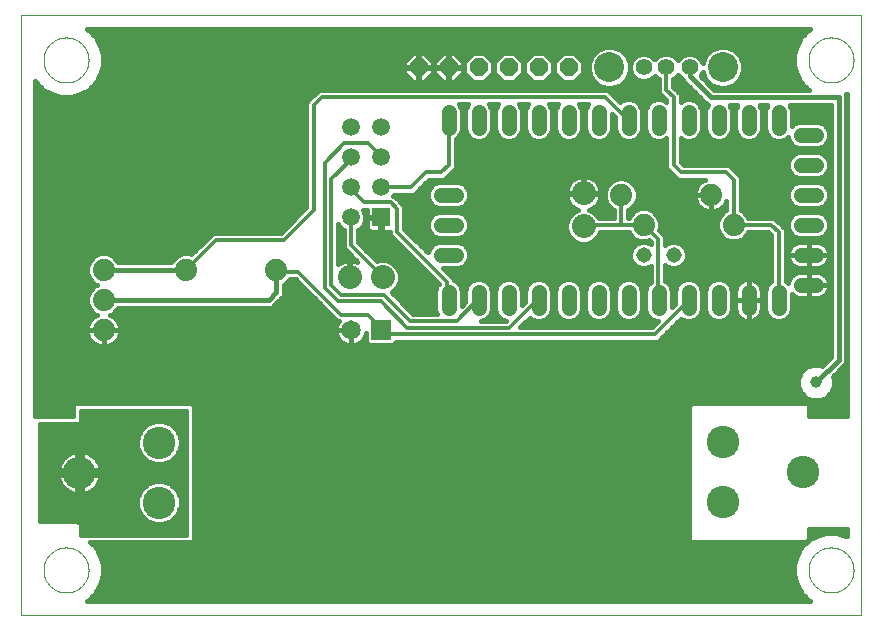
<source format=gtl>
G75*
%MOIN*%
%OFA0B0*%
%FSLAX25Y25*%
%IPPOS*%
%LPD*%
%AMOC8*
5,1,8,0,0,1.08239X$1,22.5*
%
%ADD10C,0.00000*%
%ADD11C,0.10800*%
%ADD12C,0.08000*%
%ADD13R,0.06500X0.06500*%
%ADD14C,0.06500*%
%ADD15R,0.05937X0.05937*%
%ADD16C,0.05937*%
%ADD17C,0.07400*%
%ADD18C,0.05600*%
%ADD19C,0.10000*%
%ADD20OC8,0.06000*%
%ADD21C,0.05150*%
%ADD22C,0.05150*%
%ADD23C,0.01600*%
%ADD24C,0.01200*%
%ADD25C,0.03962*%
D10*
X0001800Y0001800D02*
X0001800Y0201800D01*
X0281800Y0201800D01*
X0281800Y0001800D01*
X0001800Y0001800D01*
X0009300Y0016800D02*
X0009302Y0016984D01*
X0009309Y0017168D01*
X0009320Y0017352D01*
X0009336Y0017535D01*
X0009356Y0017718D01*
X0009381Y0017900D01*
X0009410Y0018082D01*
X0009444Y0018263D01*
X0009482Y0018443D01*
X0009525Y0018622D01*
X0009572Y0018800D01*
X0009623Y0018977D01*
X0009679Y0019153D01*
X0009738Y0019327D01*
X0009803Y0019499D01*
X0009871Y0019670D01*
X0009943Y0019839D01*
X0010020Y0020007D01*
X0010101Y0020172D01*
X0010186Y0020335D01*
X0010274Y0020497D01*
X0010367Y0020656D01*
X0010464Y0020812D01*
X0010564Y0020967D01*
X0010668Y0021119D01*
X0010776Y0021268D01*
X0010887Y0021414D01*
X0011002Y0021558D01*
X0011121Y0021699D01*
X0011243Y0021837D01*
X0011368Y0021972D01*
X0011497Y0022103D01*
X0011628Y0022232D01*
X0011763Y0022357D01*
X0011901Y0022479D01*
X0012042Y0022598D01*
X0012186Y0022713D01*
X0012332Y0022824D01*
X0012481Y0022932D01*
X0012633Y0023036D01*
X0012788Y0023136D01*
X0012944Y0023233D01*
X0013103Y0023326D01*
X0013265Y0023414D01*
X0013428Y0023499D01*
X0013593Y0023580D01*
X0013761Y0023657D01*
X0013930Y0023729D01*
X0014101Y0023797D01*
X0014273Y0023862D01*
X0014447Y0023921D01*
X0014623Y0023977D01*
X0014800Y0024028D01*
X0014978Y0024075D01*
X0015157Y0024118D01*
X0015337Y0024156D01*
X0015518Y0024190D01*
X0015700Y0024219D01*
X0015882Y0024244D01*
X0016065Y0024264D01*
X0016248Y0024280D01*
X0016432Y0024291D01*
X0016616Y0024298D01*
X0016800Y0024300D01*
X0016984Y0024298D01*
X0017168Y0024291D01*
X0017352Y0024280D01*
X0017535Y0024264D01*
X0017718Y0024244D01*
X0017900Y0024219D01*
X0018082Y0024190D01*
X0018263Y0024156D01*
X0018443Y0024118D01*
X0018622Y0024075D01*
X0018800Y0024028D01*
X0018977Y0023977D01*
X0019153Y0023921D01*
X0019327Y0023862D01*
X0019499Y0023797D01*
X0019670Y0023729D01*
X0019839Y0023657D01*
X0020007Y0023580D01*
X0020172Y0023499D01*
X0020335Y0023414D01*
X0020497Y0023326D01*
X0020656Y0023233D01*
X0020812Y0023136D01*
X0020967Y0023036D01*
X0021119Y0022932D01*
X0021268Y0022824D01*
X0021414Y0022713D01*
X0021558Y0022598D01*
X0021699Y0022479D01*
X0021837Y0022357D01*
X0021972Y0022232D01*
X0022103Y0022103D01*
X0022232Y0021972D01*
X0022357Y0021837D01*
X0022479Y0021699D01*
X0022598Y0021558D01*
X0022713Y0021414D01*
X0022824Y0021268D01*
X0022932Y0021119D01*
X0023036Y0020967D01*
X0023136Y0020812D01*
X0023233Y0020656D01*
X0023326Y0020497D01*
X0023414Y0020335D01*
X0023499Y0020172D01*
X0023580Y0020007D01*
X0023657Y0019839D01*
X0023729Y0019670D01*
X0023797Y0019499D01*
X0023862Y0019327D01*
X0023921Y0019153D01*
X0023977Y0018977D01*
X0024028Y0018800D01*
X0024075Y0018622D01*
X0024118Y0018443D01*
X0024156Y0018263D01*
X0024190Y0018082D01*
X0024219Y0017900D01*
X0024244Y0017718D01*
X0024264Y0017535D01*
X0024280Y0017352D01*
X0024291Y0017168D01*
X0024298Y0016984D01*
X0024300Y0016800D01*
X0024298Y0016616D01*
X0024291Y0016432D01*
X0024280Y0016248D01*
X0024264Y0016065D01*
X0024244Y0015882D01*
X0024219Y0015700D01*
X0024190Y0015518D01*
X0024156Y0015337D01*
X0024118Y0015157D01*
X0024075Y0014978D01*
X0024028Y0014800D01*
X0023977Y0014623D01*
X0023921Y0014447D01*
X0023862Y0014273D01*
X0023797Y0014101D01*
X0023729Y0013930D01*
X0023657Y0013761D01*
X0023580Y0013593D01*
X0023499Y0013428D01*
X0023414Y0013265D01*
X0023326Y0013103D01*
X0023233Y0012944D01*
X0023136Y0012788D01*
X0023036Y0012633D01*
X0022932Y0012481D01*
X0022824Y0012332D01*
X0022713Y0012186D01*
X0022598Y0012042D01*
X0022479Y0011901D01*
X0022357Y0011763D01*
X0022232Y0011628D01*
X0022103Y0011497D01*
X0021972Y0011368D01*
X0021837Y0011243D01*
X0021699Y0011121D01*
X0021558Y0011002D01*
X0021414Y0010887D01*
X0021268Y0010776D01*
X0021119Y0010668D01*
X0020967Y0010564D01*
X0020812Y0010464D01*
X0020656Y0010367D01*
X0020497Y0010274D01*
X0020335Y0010186D01*
X0020172Y0010101D01*
X0020007Y0010020D01*
X0019839Y0009943D01*
X0019670Y0009871D01*
X0019499Y0009803D01*
X0019327Y0009738D01*
X0019153Y0009679D01*
X0018977Y0009623D01*
X0018800Y0009572D01*
X0018622Y0009525D01*
X0018443Y0009482D01*
X0018263Y0009444D01*
X0018082Y0009410D01*
X0017900Y0009381D01*
X0017718Y0009356D01*
X0017535Y0009336D01*
X0017352Y0009320D01*
X0017168Y0009309D01*
X0016984Y0009302D01*
X0016800Y0009300D01*
X0016616Y0009302D01*
X0016432Y0009309D01*
X0016248Y0009320D01*
X0016065Y0009336D01*
X0015882Y0009356D01*
X0015700Y0009381D01*
X0015518Y0009410D01*
X0015337Y0009444D01*
X0015157Y0009482D01*
X0014978Y0009525D01*
X0014800Y0009572D01*
X0014623Y0009623D01*
X0014447Y0009679D01*
X0014273Y0009738D01*
X0014101Y0009803D01*
X0013930Y0009871D01*
X0013761Y0009943D01*
X0013593Y0010020D01*
X0013428Y0010101D01*
X0013265Y0010186D01*
X0013103Y0010274D01*
X0012944Y0010367D01*
X0012788Y0010464D01*
X0012633Y0010564D01*
X0012481Y0010668D01*
X0012332Y0010776D01*
X0012186Y0010887D01*
X0012042Y0011002D01*
X0011901Y0011121D01*
X0011763Y0011243D01*
X0011628Y0011368D01*
X0011497Y0011497D01*
X0011368Y0011628D01*
X0011243Y0011763D01*
X0011121Y0011901D01*
X0011002Y0012042D01*
X0010887Y0012186D01*
X0010776Y0012332D01*
X0010668Y0012481D01*
X0010564Y0012633D01*
X0010464Y0012788D01*
X0010367Y0012944D01*
X0010274Y0013103D01*
X0010186Y0013265D01*
X0010101Y0013428D01*
X0010020Y0013593D01*
X0009943Y0013761D01*
X0009871Y0013930D01*
X0009803Y0014101D01*
X0009738Y0014273D01*
X0009679Y0014447D01*
X0009623Y0014623D01*
X0009572Y0014800D01*
X0009525Y0014978D01*
X0009482Y0015157D01*
X0009444Y0015337D01*
X0009410Y0015518D01*
X0009381Y0015700D01*
X0009356Y0015882D01*
X0009336Y0016065D01*
X0009320Y0016248D01*
X0009309Y0016432D01*
X0009302Y0016616D01*
X0009300Y0016800D01*
X0009300Y0186800D02*
X0009302Y0186984D01*
X0009309Y0187168D01*
X0009320Y0187352D01*
X0009336Y0187535D01*
X0009356Y0187718D01*
X0009381Y0187900D01*
X0009410Y0188082D01*
X0009444Y0188263D01*
X0009482Y0188443D01*
X0009525Y0188622D01*
X0009572Y0188800D01*
X0009623Y0188977D01*
X0009679Y0189153D01*
X0009738Y0189327D01*
X0009803Y0189499D01*
X0009871Y0189670D01*
X0009943Y0189839D01*
X0010020Y0190007D01*
X0010101Y0190172D01*
X0010186Y0190335D01*
X0010274Y0190497D01*
X0010367Y0190656D01*
X0010464Y0190812D01*
X0010564Y0190967D01*
X0010668Y0191119D01*
X0010776Y0191268D01*
X0010887Y0191414D01*
X0011002Y0191558D01*
X0011121Y0191699D01*
X0011243Y0191837D01*
X0011368Y0191972D01*
X0011497Y0192103D01*
X0011628Y0192232D01*
X0011763Y0192357D01*
X0011901Y0192479D01*
X0012042Y0192598D01*
X0012186Y0192713D01*
X0012332Y0192824D01*
X0012481Y0192932D01*
X0012633Y0193036D01*
X0012788Y0193136D01*
X0012944Y0193233D01*
X0013103Y0193326D01*
X0013265Y0193414D01*
X0013428Y0193499D01*
X0013593Y0193580D01*
X0013761Y0193657D01*
X0013930Y0193729D01*
X0014101Y0193797D01*
X0014273Y0193862D01*
X0014447Y0193921D01*
X0014623Y0193977D01*
X0014800Y0194028D01*
X0014978Y0194075D01*
X0015157Y0194118D01*
X0015337Y0194156D01*
X0015518Y0194190D01*
X0015700Y0194219D01*
X0015882Y0194244D01*
X0016065Y0194264D01*
X0016248Y0194280D01*
X0016432Y0194291D01*
X0016616Y0194298D01*
X0016800Y0194300D01*
X0016984Y0194298D01*
X0017168Y0194291D01*
X0017352Y0194280D01*
X0017535Y0194264D01*
X0017718Y0194244D01*
X0017900Y0194219D01*
X0018082Y0194190D01*
X0018263Y0194156D01*
X0018443Y0194118D01*
X0018622Y0194075D01*
X0018800Y0194028D01*
X0018977Y0193977D01*
X0019153Y0193921D01*
X0019327Y0193862D01*
X0019499Y0193797D01*
X0019670Y0193729D01*
X0019839Y0193657D01*
X0020007Y0193580D01*
X0020172Y0193499D01*
X0020335Y0193414D01*
X0020497Y0193326D01*
X0020656Y0193233D01*
X0020812Y0193136D01*
X0020967Y0193036D01*
X0021119Y0192932D01*
X0021268Y0192824D01*
X0021414Y0192713D01*
X0021558Y0192598D01*
X0021699Y0192479D01*
X0021837Y0192357D01*
X0021972Y0192232D01*
X0022103Y0192103D01*
X0022232Y0191972D01*
X0022357Y0191837D01*
X0022479Y0191699D01*
X0022598Y0191558D01*
X0022713Y0191414D01*
X0022824Y0191268D01*
X0022932Y0191119D01*
X0023036Y0190967D01*
X0023136Y0190812D01*
X0023233Y0190656D01*
X0023326Y0190497D01*
X0023414Y0190335D01*
X0023499Y0190172D01*
X0023580Y0190007D01*
X0023657Y0189839D01*
X0023729Y0189670D01*
X0023797Y0189499D01*
X0023862Y0189327D01*
X0023921Y0189153D01*
X0023977Y0188977D01*
X0024028Y0188800D01*
X0024075Y0188622D01*
X0024118Y0188443D01*
X0024156Y0188263D01*
X0024190Y0188082D01*
X0024219Y0187900D01*
X0024244Y0187718D01*
X0024264Y0187535D01*
X0024280Y0187352D01*
X0024291Y0187168D01*
X0024298Y0186984D01*
X0024300Y0186800D01*
X0024298Y0186616D01*
X0024291Y0186432D01*
X0024280Y0186248D01*
X0024264Y0186065D01*
X0024244Y0185882D01*
X0024219Y0185700D01*
X0024190Y0185518D01*
X0024156Y0185337D01*
X0024118Y0185157D01*
X0024075Y0184978D01*
X0024028Y0184800D01*
X0023977Y0184623D01*
X0023921Y0184447D01*
X0023862Y0184273D01*
X0023797Y0184101D01*
X0023729Y0183930D01*
X0023657Y0183761D01*
X0023580Y0183593D01*
X0023499Y0183428D01*
X0023414Y0183265D01*
X0023326Y0183103D01*
X0023233Y0182944D01*
X0023136Y0182788D01*
X0023036Y0182633D01*
X0022932Y0182481D01*
X0022824Y0182332D01*
X0022713Y0182186D01*
X0022598Y0182042D01*
X0022479Y0181901D01*
X0022357Y0181763D01*
X0022232Y0181628D01*
X0022103Y0181497D01*
X0021972Y0181368D01*
X0021837Y0181243D01*
X0021699Y0181121D01*
X0021558Y0181002D01*
X0021414Y0180887D01*
X0021268Y0180776D01*
X0021119Y0180668D01*
X0020967Y0180564D01*
X0020812Y0180464D01*
X0020656Y0180367D01*
X0020497Y0180274D01*
X0020335Y0180186D01*
X0020172Y0180101D01*
X0020007Y0180020D01*
X0019839Y0179943D01*
X0019670Y0179871D01*
X0019499Y0179803D01*
X0019327Y0179738D01*
X0019153Y0179679D01*
X0018977Y0179623D01*
X0018800Y0179572D01*
X0018622Y0179525D01*
X0018443Y0179482D01*
X0018263Y0179444D01*
X0018082Y0179410D01*
X0017900Y0179381D01*
X0017718Y0179356D01*
X0017535Y0179336D01*
X0017352Y0179320D01*
X0017168Y0179309D01*
X0016984Y0179302D01*
X0016800Y0179300D01*
X0016616Y0179302D01*
X0016432Y0179309D01*
X0016248Y0179320D01*
X0016065Y0179336D01*
X0015882Y0179356D01*
X0015700Y0179381D01*
X0015518Y0179410D01*
X0015337Y0179444D01*
X0015157Y0179482D01*
X0014978Y0179525D01*
X0014800Y0179572D01*
X0014623Y0179623D01*
X0014447Y0179679D01*
X0014273Y0179738D01*
X0014101Y0179803D01*
X0013930Y0179871D01*
X0013761Y0179943D01*
X0013593Y0180020D01*
X0013428Y0180101D01*
X0013265Y0180186D01*
X0013103Y0180274D01*
X0012944Y0180367D01*
X0012788Y0180464D01*
X0012633Y0180564D01*
X0012481Y0180668D01*
X0012332Y0180776D01*
X0012186Y0180887D01*
X0012042Y0181002D01*
X0011901Y0181121D01*
X0011763Y0181243D01*
X0011628Y0181368D01*
X0011497Y0181497D01*
X0011368Y0181628D01*
X0011243Y0181763D01*
X0011121Y0181901D01*
X0011002Y0182042D01*
X0010887Y0182186D01*
X0010776Y0182332D01*
X0010668Y0182481D01*
X0010564Y0182633D01*
X0010464Y0182788D01*
X0010367Y0182944D01*
X0010274Y0183103D01*
X0010186Y0183265D01*
X0010101Y0183428D01*
X0010020Y0183593D01*
X0009943Y0183761D01*
X0009871Y0183930D01*
X0009803Y0184101D01*
X0009738Y0184273D01*
X0009679Y0184447D01*
X0009623Y0184623D01*
X0009572Y0184800D01*
X0009525Y0184978D01*
X0009482Y0185157D01*
X0009444Y0185337D01*
X0009410Y0185518D01*
X0009381Y0185700D01*
X0009356Y0185882D01*
X0009336Y0186065D01*
X0009320Y0186248D01*
X0009309Y0186432D01*
X0009302Y0186616D01*
X0009300Y0186800D01*
X0265619Y0079300D02*
X0265621Y0079369D01*
X0265627Y0079437D01*
X0265637Y0079505D01*
X0265651Y0079572D01*
X0265669Y0079639D01*
X0265690Y0079704D01*
X0265716Y0079768D01*
X0265745Y0079830D01*
X0265777Y0079890D01*
X0265813Y0079949D01*
X0265853Y0080005D01*
X0265895Y0080059D01*
X0265941Y0080110D01*
X0265990Y0080159D01*
X0266041Y0080205D01*
X0266095Y0080247D01*
X0266151Y0080287D01*
X0266209Y0080323D01*
X0266270Y0080355D01*
X0266332Y0080384D01*
X0266396Y0080410D01*
X0266461Y0080431D01*
X0266528Y0080449D01*
X0266595Y0080463D01*
X0266663Y0080473D01*
X0266731Y0080479D01*
X0266800Y0080481D01*
X0266869Y0080479D01*
X0266937Y0080473D01*
X0267005Y0080463D01*
X0267072Y0080449D01*
X0267139Y0080431D01*
X0267204Y0080410D01*
X0267268Y0080384D01*
X0267330Y0080355D01*
X0267390Y0080323D01*
X0267449Y0080287D01*
X0267505Y0080247D01*
X0267559Y0080205D01*
X0267610Y0080159D01*
X0267659Y0080110D01*
X0267705Y0080059D01*
X0267747Y0080005D01*
X0267787Y0079949D01*
X0267823Y0079890D01*
X0267855Y0079830D01*
X0267884Y0079768D01*
X0267910Y0079704D01*
X0267931Y0079639D01*
X0267949Y0079572D01*
X0267963Y0079505D01*
X0267973Y0079437D01*
X0267979Y0079369D01*
X0267981Y0079300D01*
X0267979Y0079231D01*
X0267973Y0079163D01*
X0267963Y0079095D01*
X0267949Y0079028D01*
X0267931Y0078961D01*
X0267910Y0078896D01*
X0267884Y0078832D01*
X0267855Y0078770D01*
X0267823Y0078709D01*
X0267787Y0078651D01*
X0267747Y0078595D01*
X0267705Y0078541D01*
X0267659Y0078490D01*
X0267610Y0078441D01*
X0267559Y0078395D01*
X0267505Y0078353D01*
X0267449Y0078313D01*
X0267391Y0078277D01*
X0267330Y0078245D01*
X0267268Y0078216D01*
X0267204Y0078190D01*
X0267139Y0078169D01*
X0267072Y0078151D01*
X0267005Y0078137D01*
X0266937Y0078127D01*
X0266869Y0078121D01*
X0266800Y0078119D01*
X0266731Y0078121D01*
X0266663Y0078127D01*
X0266595Y0078137D01*
X0266528Y0078151D01*
X0266461Y0078169D01*
X0266396Y0078190D01*
X0266332Y0078216D01*
X0266270Y0078245D01*
X0266209Y0078277D01*
X0266151Y0078313D01*
X0266095Y0078353D01*
X0266041Y0078395D01*
X0265990Y0078441D01*
X0265941Y0078490D01*
X0265895Y0078541D01*
X0265853Y0078595D01*
X0265813Y0078651D01*
X0265777Y0078709D01*
X0265745Y0078770D01*
X0265716Y0078832D01*
X0265690Y0078896D01*
X0265669Y0078961D01*
X0265651Y0079028D01*
X0265637Y0079095D01*
X0265627Y0079163D01*
X0265621Y0079231D01*
X0265619Y0079300D01*
X0264300Y0016800D02*
X0264302Y0016984D01*
X0264309Y0017168D01*
X0264320Y0017352D01*
X0264336Y0017535D01*
X0264356Y0017718D01*
X0264381Y0017900D01*
X0264410Y0018082D01*
X0264444Y0018263D01*
X0264482Y0018443D01*
X0264525Y0018622D01*
X0264572Y0018800D01*
X0264623Y0018977D01*
X0264679Y0019153D01*
X0264738Y0019327D01*
X0264803Y0019499D01*
X0264871Y0019670D01*
X0264943Y0019839D01*
X0265020Y0020007D01*
X0265101Y0020172D01*
X0265186Y0020335D01*
X0265274Y0020497D01*
X0265367Y0020656D01*
X0265464Y0020812D01*
X0265564Y0020967D01*
X0265668Y0021119D01*
X0265776Y0021268D01*
X0265887Y0021414D01*
X0266002Y0021558D01*
X0266121Y0021699D01*
X0266243Y0021837D01*
X0266368Y0021972D01*
X0266497Y0022103D01*
X0266628Y0022232D01*
X0266763Y0022357D01*
X0266901Y0022479D01*
X0267042Y0022598D01*
X0267186Y0022713D01*
X0267332Y0022824D01*
X0267481Y0022932D01*
X0267633Y0023036D01*
X0267788Y0023136D01*
X0267944Y0023233D01*
X0268103Y0023326D01*
X0268265Y0023414D01*
X0268428Y0023499D01*
X0268593Y0023580D01*
X0268761Y0023657D01*
X0268930Y0023729D01*
X0269101Y0023797D01*
X0269273Y0023862D01*
X0269447Y0023921D01*
X0269623Y0023977D01*
X0269800Y0024028D01*
X0269978Y0024075D01*
X0270157Y0024118D01*
X0270337Y0024156D01*
X0270518Y0024190D01*
X0270700Y0024219D01*
X0270882Y0024244D01*
X0271065Y0024264D01*
X0271248Y0024280D01*
X0271432Y0024291D01*
X0271616Y0024298D01*
X0271800Y0024300D01*
X0271984Y0024298D01*
X0272168Y0024291D01*
X0272352Y0024280D01*
X0272535Y0024264D01*
X0272718Y0024244D01*
X0272900Y0024219D01*
X0273082Y0024190D01*
X0273263Y0024156D01*
X0273443Y0024118D01*
X0273622Y0024075D01*
X0273800Y0024028D01*
X0273977Y0023977D01*
X0274153Y0023921D01*
X0274327Y0023862D01*
X0274499Y0023797D01*
X0274670Y0023729D01*
X0274839Y0023657D01*
X0275007Y0023580D01*
X0275172Y0023499D01*
X0275335Y0023414D01*
X0275497Y0023326D01*
X0275656Y0023233D01*
X0275812Y0023136D01*
X0275967Y0023036D01*
X0276119Y0022932D01*
X0276268Y0022824D01*
X0276414Y0022713D01*
X0276558Y0022598D01*
X0276699Y0022479D01*
X0276837Y0022357D01*
X0276972Y0022232D01*
X0277103Y0022103D01*
X0277232Y0021972D01*
X0277357Y0021837D01*
X0277479Y0021699D01*
X0277598Y0021558D01*
X0277713Y0021414D01*
X0277824Y0021268D01*
X0277932Y0021119D01*
X0278036Y0020967D01*
X0278136Y0020812D01*
X0278233Y0020656D01*
X0278326Y0020497D01*
X0278414Y0020335D01*
X0278499Y0020172D01*
X0278580Y0020007D01*
X0278657Y0019839D01*
X0278729Y0019670D01*
X0278797Y0019499D01*
X0278862Y0019327D01*
X0278921Y0019153D01*
X0278977Y0018977D01*
X0279028Y0018800D01*
X0279075Y0018622D01*
X0279118Y0018443D01*
X0279156Y0018263D01*
X0279190Y0018082D01*
X0279219Y0017900D01*
X0279244Y0017718D01*
X0279264Y0017535D01*
X0279280Y0017352D01*
X0279291Y0017168D01*
X0279298Y0016984D01*
X0279300Y0016800D01*
X0279298Y0016616D01*
X0279291Y0016432D01*
X0279280Y0016248D01*
X0279264Y0016065D01*
X0279244Y0015882D01*
X0279219Y0015700D01*
X0279190Y0015518D01*
X0279156Y0015337D01*
X0279118Y0015157D01*
X0279075Y0014978D01*
X0279028Y0014800D01*
X0278977Y0014623D01*
X0278921Y0014447D01*
X0278862Y0014273D01*
X0278797Y0014101D01*
X0278729Y0013930D01*
X0278657Y0013761D01*
X0278580Y0013593D01*
X0278499Y0013428D01*
X0278414Y0013265D01*
X0278326Y0013103D01*
X0278233Y0012944D01*
X0278136Y0012788D01*
X0278036Y0012633D01*
X0277932Y0012481D01*
X0277824Y0012332D01*
X0277713Y0012186D01*
X0277598Y0012042D01*
X0277479Y0011901D01*
X0277357Y0011763D01*
X0277232Y0011628D01*
X0277103Y0011497D01*
X0276972Y0011368D01*
X0276837Y0011243D01*
X0276699Y0011121D01*
X0276558Y0011002D01*
X0276414Y0010887D01*
X0276268Y0010776D01*
X0276119Y0010668D01*
X0275967Y0010564D01*
X0275812Y0010464D01*
X0275656Y0010367D01*
X0275497Y0010274D01*
X0275335Y0010186D01*
X0275172Y0010101D01*
X0275007Y0010020D01*
X0274839Y0009943D01*
X0274670Y0009871D01*
X0274499Y0009803D01*
X0274327Y0009738D01*
X0274153Y0009679D01*
X0273977Y0009623D01*
X0273800Y0009572D01*
X0273622Y0009525D01*
X0273443Y0009482D01*
X0273263Y0009444D01*
X0273082Y0009410D01*
X0272900Y0009381D01*
X0272718Y0009356D01*
X0272535Y0009336D01*
X0272352Y0009320D01*
X0272168Y0009309D01*
X0271984Y0009302D01*
X0271800Y0009300D01*
X0271616Y0009302D01*
X0271432Y0009309D01*
X0271248Y0009320D01*
X0271065Y0009336D01*
X0270882Y0009356D01*
X0270700Y0009381D01*
X0270518Y0009410D01*
X0270337Y0009444D01*
X0270157Y0009482D01*
X0269978Y0009525D01*
X0269800Y0009572D01*
X0269623Y0009623D01*
X0269447Y0009679D01*
X0269273Y0009738D01*
X0269101Y0009803D01*
X0268930Y0009871D01*
X0268761Y0009943D01*
X0268593Y0010020D01*
X0268428Y0010101D01*
X0268265Y0010186D01*
X0268103Y0010274D01*
X0267944Y0010367D01*
X0267788Y0010464D01*
X0267633Y0010564D01*
X0267481Y0010668D01*
X0267332Y0010776D01*
X0267186Y0010887D01*
X0267042Y0011002D01*
X0266901Y0011121D01*
X0266763Y0011243D01*
X0266628Y0011368D01*
X0266497Y0011497D01*
X0266368Y0011628D01*
X0266243Y0011763D01*
X0266121Y0011901D01*
X0266002Y0012042D01*
X0265887Y0012186D01*
X0265776Y0012332D01*
X0265668Y0012481D01*
X0265564Y0012633D01*
X0265464Y0012788D01*
X0265367Y0012944D01*
X0265274Y0013103D01*
X0265186Y0013265D01*
X0265101Y0013428D01*
X0265020Y0013593D01*
X0264943Y0013761D01*
X0264871Y0013930D01*
X0264803Y0014101D01*
X0264738Y0014273D01*
X0264679Y0014447D01*
X0264623Y0014623D01*
X0264572Y0014800D01*
X0264525Y0014978D01*
X0264482Y0015157D01*
X0264444Y0015337D01*
X0264410Y0015518D01*
X0264381Y0015700D01*
X0264356Y0015882D01*
X0264336Y0016065D01*
X0264320Y0016248D01*
X0264309Y0016432D01*
X0264302Y0016616D01*
X0264300Y0016800D01*
X0264300Y0186800D02*
X0264302Y0186984D01*
X0264309Y0187168D01*
X0264320Y0187352D01*
X0264336Y0187535D01*
X0264356Y0187718D01*
X0264381Y0187900D01*
X0264410Y0188082D01*
X0264444Y0188263D01*
X0264482Y0188443D01*
X0264525Y0188622D01*
X0264572Y0188800D01*
X0264623Y0188977D01*
X0264679Y0189153D01*
X0264738Y0189327D01*
X0264803Y0189499D01*
X0264871Y0189670D01*
X0264943Y0189839D01*
X0265020Y0190007D01*
X0265101Y0190172D01*
X0265186Y0190335D01*
X0265274Y0190497D01*
X0265367Y0190656D01*
X0265464Y0190812D01*
X0265564Y0190967D01*
X0265668Y0191119D01*
X0265776Y0191268D01*
X0265887Y0191414D01*
X0266002Y0191558D01*
X0266121Y0191699D01*
X0266243Y0191837D01*
X0266368Y0191972D01*
X0266497Y0192103D01*
X0266628Y0192232D01*
X0266763Y0192357D01*
X0266901Y0192479D01*
X0267042Y0192598D01*
X0267186Y0192713D01*
X0267332Y0192824D01*
X0267481Y0192932D01*
X0267633Y0193036D01*
X0267788Y0193136D01*
X0267944Y0193233D01*
X0268103Y0193326D01*
X0268265Y0193414D01*
X0268428Y0193499D01*
X0268593Y0193580D01*
X0268761Y0193657D01*
X0268930Y0193729D01*
X0269101Y0193797D01*
X0269273Y0193862D01*
X0269447Y0193921D01*
X0269623Y0193977D01*
X0269800Y0194028D01*
X0269978Y0194075D01*
X0270157Y0194118D01*
X0270337Y0194156D01*
X0270518Y0194190D01*
X0270700Y0194219D01*
X0270882Y0194244D01*
X0271065Y0194264D01*
X0271248Y0194280D01*
X0271432Y0194291D01*
X0271616Y0194298D01*
X0271800Y0194300D01*
X0271984Y0194298D01*
X0272168Y0194291D01*
X0272352Y0194280D01*
X0272535Y0194264D01*
X0272718Y0194244D01*
X0272900Y0194219D01*
X0273082Y0194190D01*
X0273263Y0194156D01*
X0273443Y0194118D01*
X0273622Y0194075D01*
X0273800Y0194028D01*
X0273977Y0193977D01*
X0274153Y0193921D01*
X0274327Y0193862D01*
X0274499Y0193797D01*
X0274670Y0193729D01*
X0274839Y0193657D01*
X0275007Y0193580D01*
X0275172Y0193499D01*
X0275335Y0193414D01*
X0275497Y0193326D01*
X0275656Y0193233D01*
X0275812Y0193136D01*
X0275967Y0193036D01*
X0276119Y0192932D01*
X0276268Y0192824D01*
X0276414Y0192713D01*
X0276558Y0192598D01*
X0276699Y0192479D01*
X0276837Y0192357D01*
X0276972Y0192232D01*
X0277103Y0192103D01*
X0277232Y0191972D01*
X0277357Y0191837D01*
X0277479Y0191699D01*
X0277598Y0191558D01*
X0277713Y0191414D01*
X0277824Y0191268D01*
X0277932Y0191119D01*
X0278036Y0190967D01*
X0278136Y0190812D01*
X0278233Y0190656D01*
X0278326Y0190497D01*
X0278414Y0190335D01*
X0278499Y0190172D01*
X0278580Y0190007D01*
X0278657Y0189839D01*
X0278729Y0189670D01*
X0278797Y0189499D01*
X0278862Y0189327D01*
X0278921Y0189153D01*
X0278977Y0188977D01*
X0279028Y0188800D01*
X0279075Y0188622D01*
X0279118Y0188443D01*
X0279156Y0188263D01*
X0279190Y0188082D01*
X0279219Y0187900D01*
X0279244Y0187718D01*
X0279264Y0187535D01*
X0279280Y0187352D01*
X0279291Y0187168D01*
X0279298Y0186984D01*
X0279300Y0186800D01*
X0279298Y0186616D01*
X0279291Y0186432D01*
X0279280Y0186248D01*
X0279264Y0186065D01*
X0279244Y0185882D01*
X0279219Y0185700D01*
X0279190Y0185518D01*
X0279156Y0185337D01*
X0279118Y0185157D01*
X0279075Y0184978D01*
X0279028Y0184800D01*
X0278977Y0184623D01*
X0278921Y0184447D01*
X0278862Y0184273D01*
X0278797Y0184101D01*
X0278729Y0183930D01*
X0278657Y0183761D01*
X0278580Y0183593D01*
X0278499Y0183428D01*
X0278414Y0183265D01*
X0278326Y0183103D01*
X0278233Y0182944D01*
X0278136Y0182788D01*
X0278036Y0182633D01*
X0277932Y0182481D01*
X0277824Y0182332D01*
X0277713Y0182186D01*
X0277598Y0182042D01*
X0277479Y0181901D01*
X0277357Y0181763D01*
X0277232Y0181628D01*
X0277103Y0181497D01*
X0276972Y0181368D01*
X0276837Y0181243D01*
X0276699Y0181121D01*
X0276558Y0181002D01*
X0276414Y0180887D01*
X0276268Y0180776D01*
X0276119Y0180668D01*
X0275967Y0180564D01*
X0275812Y0180464D01*
X0275656Y0180367D01*
X0275497Y0180274D01*
X0275335Y0180186D01*
X0275172Y0180101D01*
X0275007Y0180020D01*
X0274839Y0179943D01*
X0274670Y0179871D01*
X0274499Y0179803D01*
X0274327Y0179738D01*
X0274153Y0179679D01*
X0273977Y0179623D01*
X0273800Y0179572D01*
X0273622Y0179525D01*
X0273443Y0179482D01*
X0273263Y0179444D01*
X0273082Y0179410D01*
X0272900Y0179381D01*
X0272718Y0179356D01*
X0272535Y0179336D01*
X0272352Y0179320D01*
X0272168Y0179309D01*
X0271984Y0179302D01*
X0271800Y0179300D01*
X0271616Y0179302D01*
X0271432Y0179309D01*
X0271248Y0179320D01*
X0271065Y0179336D01*
X0270882Y0179356D01*
X0270700Y0179381D01*
X0270518Y0179410D01*
X0270337Y0179444D01*
X0270157Y0179482D01*
X0269978Y0179525D01*
X0269800Y0179572D01*
X0269623Y0179623D01*
X0269447Y0179679D01*
X0269273Y0179738D01*
X0269101Y0179803D01*
X0268930Y0179871D01*
X0268761Y0179943D01*
X0268593Y0180020D01*
X0268428Y0180101D01*
X0268265Y0180186D01*
X0268103Y0180274D01*
X0267944Y0180367D01*
X0267788Y0180464D01*
X0267633Y0180564D01*
X0267481Y0180668D01*
X0267332Y0180776D01*
X0267186Y0180887D01*
X0267042Y0181002D01*
X0266901Y0181121D01*
X0266763Y0181243D01*
X0266628Y0181368D01*
X0266497Y0181497D01*
X0266368Y0181628D01*
X0266243Y0181763D01*
X0266121Y0181901D01*
X0266002Y0182042D01*
X0265887Y0182186D01*
X0265776Y0182332D01*
X0265668Y0182481D01*
X0265564Y0182633D01*
X0265464Y0182788D01*
X0265367Y0182944D01*
X0265274Y0183103D01*
X0265186Y0183265D01*
X0265101Y0183428D01*
X0265020Y0183593D01*
X0264943Y0183761D01*
X0264871Y0183930D01*
X0264803Y0184101D01*
X0264738Y0184273D01*
X0264679Y0184447D01*
X0264623Y0184623D01*
X0264572Y0184800D01*
X0264525Y0184978D01*
X0264482Y0185157D01*
X0264444Y0185337D01*
X0264410Y0185518D01*
X0264381Y0185700D01*
X0264356Y0185882D01*
X0264336Y0186065D01*
X0264320Y0186248D01*
X0264309Y0186432D01*
X0264302Y0186616D01*
X0264300Y0186800D01*
D11*
X0235816Y0059339D03*
X0235816Y0039339D03*
X0262383Y0049339D03*
X0047784Y0059261D03*
X0047784Y0039261D03*
X0021217Y0049261D03*
D12*
X0111300Y0114300D03*
X0122300Y0114300D03*
X0189300Y0131300D03*
X0189300Y0142300D03*
D13*
X0121800Y0096800D03*
D14*
X0111800Y0096800D03*
D15*
X0121800Y0134300D03*
D16*
X0111800Y0134300D03*
X0111800Y0144300D03*
X0121800Y0144300D03*
X0121800Y0154300D03*
X0111800Y0154300D03*
X0111800Y0164300D03*
X0121800Y0164300D03*
D17*
X0086800Y0116800D03*
X0056800Y0116800D03*
X0029300Y0116800D03*
X0029300Y0106800D03*
X0029300Y0096800D03*
X0201800Y0141800D03*
X0209300Y0131800D03*
X0231800Y0141800D03*
X0239300Y0131800D03*
D18*
X0224674Y0184300D03*
X0216800Y0184300D03*
X0209320Y0184300D03*
D19*
X0197902Y0184300D03*
X0235698Y0184300D03*
D20*
X0184300Y0184300D03*
X0174300Y0184300D03*
X0164300Y0184300D03*
X0154300Y0184300D03*
X0144300Y0184300D03*
X0134300Y0184300D03*
D21*
X0144300Y0169375D02*
X0144300Y0164225D01*
X0154300Y0164225D02*
X0154300Y0169375D01*
X0164300Y0169375D02*
X0164300Y0164225D01*
X0174300Y0164225D02*
X0174300Y0169375D01*
X0184300Y0169375D02*
X0184300Y0164225D01*
X0194300Y0164225D02*
X0194300Y0169375D01*
X0204300Y0169375D02*
X0204300Y0164225D01*
X0214300Y0164225D02*
X0214300Y0169375D01*
X0224300Y0169375D02*
X0224300Y0164225D01*
X0234300Y0164225D02*
X0234300Y0169375D01*
X0244300Y0169375D02*
X0244300Y0164225D01*
X0254300Y0164225D02*
X0254300Y0169375D01*
X0261725Y0161800D02*
X0266875Y0161800D01*
X0266875Y0151800D02*
X0261725Y0151800D01*
X0261725Y0141800D02*
X0266875Y0141800D01*
X0266875Y0131800D02*
X0261725Y0131800D01*
X0261725Y0121800D02*
X0266875Y0121800D01*
X0266875Y0111800D02*
X0261725Y0111800D01*
X0254300Y0109375D02*
X0254300Y0104225D01*
X0244300Y0104225D02*
X0244300Y0109375D01*
X0234300Y0109375D02*
X0234300Y0104225D01*
X0224300Y0104225D02*
X0224300Y0109375D01*
X0214300Y0109375D02*
X0214300Y0104225D01*
X0204300Y0104225D02*
X0204300Y0109375D01*
X0194300Y0109375D02*
X0194300Y0104225D01*
X0184300Y0104225D02*
X0184300Y0109375D01*
X0174300Y0109375D02*
X0174300Y0104225D01*
X0164300Y0104225D02*
X0164300Y0109375D01*
X0154300Y0109375D02*
X0154300Y0104225D01*
X0144300Y0104225D02*
X0144300Y0109375D01*
X0146875Y0121800D02*
X0141725Y0121800D01*
X0141725Y0131800D02*
X0146875Y0131800D01*
X0146875Y0141800D02*
X0141725Y0141800D01*
D22*
X0209300Y0121800D03*
X0219300Y0121800D03*
D23*
X0222402Y0124885D02*
X0251900Y0124885D01*
X0251900Y0123287D02*
X0223419Y0123287D01*
X0223675Y0122670D02*
X0223009Y0124278D01*
X0221778Y0125509D01*
X0220170Y0126175D01*
X0218430Y0126175D01*
X0216822Y0125509D01*
X0216500Y0125187D01*
X0216500Y0127677D01*
X0216135Y0128559D01*
X0214562Y0130132D01*
X0214800Y0130706D01*
X0214800Y0132894D01*
X0213963Y0134915D01*
X0212415Y0136463D01*
X0210394Y0137300D01*
X0208206Y0137300D01*
X0206184Y0136463D01*
X0204637Y0134915D01*
X0204341Y0134200D01*
X0204200Y0134200D01*
X0204200Y0136841D01*
X0204915Y0137137D01*
X0206463Y0138684D01*
X0207300Y0140706D01*
X0207300Y0142894D01*
X0206463Y0144915D01*
X0204915Y0146463D01*
X0202894Y0147300D01*
X0200706Y0147300D01*
X0198684Y0146463D01*
X0197137Y0144915D01*
X0196300Y0142894D01*
X0196300Y0140706D01*
X0197137Y0138684D01*
X0198684Y0137137D01*
X0199400Y0136841D01*
X0199400Y0134200D01*
X0194377Y0134200D01*
X0194217Y0134585D01*
X0192585Y0136217D01*
X0191162Y0136807D01*
X0191526Y0136925D01*
X0192340Y0137339D01*
X0193078Y0137876D01*
X0193724Y0138522D01*
X0194261Y0139260D01*
X0194675Y0140074D01*
X0194957Y0140942D01*
X0195100Y0141844D01*
X0195100Y0142100D01*
X0189500Y0142100D01*
X0189500Y0142500D01*
X0189100Y0142500D01*
X0189100Y0148100D01*
X0188844Y0148100D01*
X0187942Y0147957D01*
X0187074Y0147675D01*
X0186260Y0147261D01*
X0185522Y0146724D01*
X0184876Y0146078D01*
X0184339Y0145340D01*
X0183925Y0144526D01*
X0183643Y0143658D01*
X0183500Y0142756D01*
X0183500Y0142500D01*
X0189100Y0142500D01*
X0189100Y0142100D01*
X0183500Y0142100D01*
X0183500Y0141844D01*
X0183643Y0140942D01*
X0183925Y0140074D01*
X0184339Y0139260D01*
X0184876Y0138522D01*
X0185522Y0137876D01*
X0186260Y0137339D01*
X0187074Y0136925D01*
X0187438Y0136807D01*
X0186015Y0136217D01*
X0184383Y0134585D01*
X0183500Y0132454D01*
X0183500Y0130146D01*
X0184383Y0128015D01*
X0186015Y0126383D01*
X0188146Y0125500D01*
X0190454Y0125500D01*
X0192585Y0126383D01*
X0194217Y0128015D01*
X0194791Y0129400D01*
X0204341Y0129400D01*
X0204637Y0128684D01*
X0206184Y0127137D01*
X0208206Y0126300D01*
X0210394Y0126300D01*
X0211251Y0126655D01*
X0211700Y0126206D01*
X0211700Y0125541D01*
X0210170Y0126175D01*
X0208430Y0126175D01*
X0206822Y0125509D01*
X0205591Y0124278D01*
X0204925Y0122670D01*
X0204925Y0120930D01*
X0205591Y0119322D01*
X0206822Y0118091D01*
X0208430Y0117425D01*
X0210170Y0117425D01*
X0211700Y0118059D01*
X0211700Y0112962D01*
X0210591Y0111853D01*
X0209925Y0110245D01*
X0209925Y0103355D01*
X0210591Y0101747D01*
X0211822Y0100516D01*
X0213430Y0099850D01*
X0214156Y0099850D01*
X0212006Y0097700D01*
X0168194Y0097700D01*
X0171416Y0100922D01*
X0171822Y0100516D01*
X0173430Y0099850D01*
X0175170Y0099850D01*
X0176778Y0100516D01*
X0178009Y0101747D01*
X0178675Y0103355D01*
X0178675Y0110245D01*
X0178009Y0111853D01*
X0176778Y0113084D01*
X0175170Y0113750D01*
X0173430Y0113750D01*
X0171822Y0113084D01*
X0170591Y0111853D01*
X0169925Y0110245D01*
X0169925Y0106219D01*
X0168675Y0104969D01*
X0168675Y0110245D01*
X0168009Y0111853D01*
X0166778Y0113084D01*
X0165170Y0113750D01*
X0163430Y0113750D01*
X0161822Y0113084D01*
X0160591Y0111853D01*
X0159925Y0110245D01*
X0159925Y0103355D01*
X0160591Y0101747D01*
X0161822Y0100516D01*
X0163310Y0099900D01*
X0155290Y0099900D01*
X0156778Y0100516D01*
X0158009Y0101747D01*
X0158675Y0103355D01*
X0158675Y0110245D01*
X0158009Y0111853D01*
X0156778Y0113084D01*
X0155170Y0113750D01*
X0153430Y0113750D01*
X0151822Y0113084D01*
X0150591Y0111853D01*
X0149925Y0110245D01*
X0149925Y0106019D01*
X0148675Y0104769D01*
X0148675Y0110245D01*
X0148009Y0111853D01*
X0146778Y0113084D01*
X0146100Y0113364D01*
X0146100Y0113377D01*
X0145735Y0114259D01*
X0142569Y0117425D01*
X0147745Y0117425D01*
X0149353Y0118091D01*
X0150584Y0119322D01*
X0151250Y0120930D01*
X0151250Y0122670D01*
X0150584Y0124278D01*
X0149353Y0125509D01*
X0147745Y0126175D01*
X0140855Y0126175D01*
X0139247Y0125509D01*
X0138016Y0124278D01*
X0137350Y0122670D01*
X0137350Y0122644D01*
X0129600Y0130394D01*
X0129600Y0137577D01*
X0129235Y0138459D01*
X0127035Y0140659D01*
X0126359Y0141335D01*
X0125807Y0141563D01*
X0125843Y0141599D01*
X0125967Y0141900D01*
X0132277Y0141900D01*
X0133159Y0142265D01*
X0133835Y0142941D01*
X0137794Y0146900D01*
X0142277Y0146900D01*
X0143159Y0147265D01*
X0143835Y0147941D01*
X0146335Y0150441D01*
X0146700Y0151323D01*
X0146700Y0160484D01*
X0146778Y0160516D01*
X0148009Y0161747D01*
X0148675Y0163355D01*
X0148675Y0170245D01*
X0148009Y0171853D01*
X0147762Y0172100D01*
X0150838Y0172100D01*
X0150591Y0171853D01*
X0149925Y0170245D01*
X0149925Y0163355D01*
X0150591Y0161747D01*
X0151822Y0160516D01*
X0153430Y0159850D01*
X0155170Y0159850D01*
X0156778Y0160516D01*
X0158009Y0161747D01*
X0158675Y0163355D01*
X0158675Y0170245D01*
X0158009Y0171853D01*
X0157762Y0172100D01*
X0160838Y0172100D01*
X0160591Y0171853D01*
X0159925Y0170245D01*
X0159925Y0163355D01*
X0160591Y0161747D01*
X0161822Y0160516D01*
X0163430Y0159850D01*
X0165170Y0159850D01*
X0166778Y0160516D01*
X0168009Y0161747D01*
X0168675Y0163355D01*
X0168675Y0170245D01*
X0168009Y0171853D01*
X0167762Y0172100D01*
X0170838Y0172100D01*
X0170591Y0171853D01*
X0169925Y0170245D01*
X0169925Y0163355D01*
X0170591Y0161747D01*
X0171822Y0160516D01*
X0173430Y0159850D01*
X0175170Y0159850D01*
X0176778Y0160516D01*
X0178009Y0161747D01*
X0178675Y0163355D01*
X0178675Y0170245D01*
X0178009Y0171853D01*
X0177762Y0172100D01*
X0180838Y0172100D01*
X0180591Y0171853D01*
X0179925Y0170245D01*
X0179925Y0163355D01*
X0180591Y0161747D01*
X0181822Y0160516D01*
X0183430Y0159850D01*
X0185170Y0159850D01*
X0186778Y0160516D01*
X0188009Y0161747D01*
X0188675Y0163355D01*
X0188675Y0170245D01*
X0188009Y0171853D01*
X0187762Y0172100D01*
X0190838Y0172100D01*
X0190591Y0171853D01*
X0189925Y0170245D01*
X0189925Y0163355D01*
X0190591Y0161747D01*
X0191822Y0160516D01*
X0193430Y0159850D01*
X0195170Y0159850D01*
X0196778Y0160516D01*
X0198009Y0161747D01*
X0198675Y0163355D01*
X0198675Y0168931D01*
X0199925Y0167681D01*
X0199925Y0163355D01*
X0200591Y0161747D01*
X0201822Y0160516D01*
X0203430Y0159850D01*
X0205170Y0159850D01*
X0206778Y0160516D01*
X0208009Y0161747D01*
X0208675Y0163355D01*
X0208675Y0170245D01*
X0208009Y0171853D01*
X0206778Y0173084D01*
X0205170Y0173750D01*
X0203430Y0173750D01*
X0201822Y0173084D01*
X0201566Y0172828D01*
X0198535Y0175859D01*
X0197859Y0176535D01*
X0196977Y0176900D01*
X0101523Y0176900D01*
X0100641Y0176535D01*
X0097941Y0173835D01*
X0097265Y0173159D01*
X0096900Y0172277D01*
X0096900Y0137794D01*
X0088306Y0129200D01*
X0066323Y0129200D01*
X0065441Y0128835D01*
X0058610Y0122004D01*
X0057894Y0122300D01*
X0055706Y0122300D01*
X0053684Y0121463D01*
X0052137Y0119915D01*
X0051924Y0119400D01*
X0034176Y0119400D01*
X0033963Y0119915D01*
X0032415Y0121463D01*
X0030394Y0122300D01*
X0028206Y0122300D01*
X0026184Y0121463D01*
X0024637Y0119915D01*
X0023800Y0117894D01*
X0023800Y0115706D01*
X0024637Y0113684D01*
X0026184Y0112137D01*
X0026999Y0111800D01*
X0026184Y0111463D01*
X0024637Y0109915D01*
X0023800Y0107894D01*
X0023800Y0105706D01*
X0024637Y0103684D01*
X0026184Y0102137D01*
X0026999Y0101800D01*
X0026417Y0101504D01*
X0025717Y0100995D01*
X0025105Y0100383D01*
X0024596Y0099683D01*
X0024203Y0098911D01*
X0023935Y0098088D01*
X0023800Y0097233D01*
X0023800Y0096800D01*
X0029300Y0096800D01*
X0034800Y0096800D01*
X0034800Y0097233D01*
X0034665Y0098088D01*
X0034397Y0098911D01*
X0034004Y0099683D01*
X0033495Y0100383D01*
X0032883Y0100995D01*
X0032183Y0101504D01*
X0031601Y0101800D01*
X0032415Y0102137D01*
X0033963Y0103684D01*
X0034176Y0104200D01*
X0084817Y0104200D01*
X0085773Y0104596D01*
X0086504Y0105327D01*
X0089004Y0107827D01*
X0089400Y0108783D01*
X0089400Y0111924D01*
X0089915Y0112137D01*
X0091463Y0113684D01*
X0091510Y0113800D01*
X0093206Y0113800D01*
X0106465Y0100541D01*
X0106465Y0100541D01*
X0107141Y0099865D01*
X0107636Y0099660D01*
X0107481Y0099447D01*
X0107120Y0098739D01*
X0106874Y0097983D01*
X0106750Y0097197D01*
X0106750Y0096800D01*
X0111800Y0096800D01*
X0111800Y0091750D01*
X0112197Y0091750D01*
X0112983Y0091874D01*
X0113739Y0092120D01*
X0114447Y0092481D01*
X0115090Y0092948D01*
X0115652Y0093510D01*
X0116119Y0094153D01*
X0116480Y0094861D01*
X0116726Y0095617D01*
X0116750Y0095771D01*
X0116750Y0092804D01*
X0117804Y0091750D01*
X0125796Y0091750D01*
X0126850Y0092804D01*
X0126850Y0092900D01*
X0213477Y0092900D01*
X0214359Y0093265D01*
X0215035Y0093941D01*
X0221716Y0100622D01*
X0221822Y0100516D01*
X0223430Y0099850D01*
X0225170Y0099850D01*
X0226778Y0100516D01*
X0228009Y0101747D01*
X0228675Y0103355D01*
X0228675Y0110245D01*
X0228009Y0111853D01*
X0226778Y0113084D01*
X0225170Y0113750D01*
X0223430Y0113750D01*
X0221822Y0113084D01*
X0220591Y0111853D01*
X0219925Y0110245D01*
X0219925Y0105619D01*
X0218675Y0104369D01*
X0218675Y0110245D01*
X0218009Y0111853D01*
X0216778Y0113084D01*
X0216500Y0113199D01*
X0216500Y0118413D01*
X0216822Y0118091D01*
X0218430Y0117425D01*
X0220170Y0117425D01*
X0221778Y0118091D01*
X0223009Y0119322D01*
X0223675Y0120930D01*
X0223675Y0122670D01*
X0223675Y0121688D02*
X0251900Y0121688D01*
X0251900Y0120090D02*
X0223327Y0120090D01*
X0222178Y0118491D02*
X0251900Y0118491D01*
X0251900Y0116893D02*
X0216500Y0116893D01*
X0216500Y0115294D02*
X0251900Y0115294D01*
X0251900Y0113696D02*
X0244984Y0113696D01*
X0245324Y0113642D02*
X0244644Y0113750D01*
X0244300Y0113750D01*
X0243956Y0113750D01*
X0243276Y0113642D01*
X0242621Y0113429D01*
X0242007Y0113116D01*
X0241450Y0112712D01*
X0240963Y0112225D01*
X0240558Y0111668D01*
X0240246Y0111054D01*
X0240033Y0110399D01*
X0239925Y0109719D01*
X0239925Y0106800D01*
X0244300Y0106800D01*
X0248675Y0106800D01*
X0248675Y0109719D01*
X0248567Y0110399D01*
X0248354Y0111054D01*
X0248042Y0111668D01*
X0247637Y0112225D01*
X0247150Y0112712D01*
X0246593Y0113116D01*
X0245979Y0113429D01*
X0245324Y0113642D01*
X0244300Y0113696D02*
X0244300Y0113696D01*
X0244300Y0113750D02*
X0244300Y0106800D01*
X0244300Y0106800D01*
X0244300Y0106800D01*
X0244300Y0113750D01*
X0243616Y0113696D02*
X0235300Y0113696D01*
X0235170Y0113750D02*
X0233430Y0113750D01*
X0231822Y0113084D01*
X0230591Y0111853D01*
X0229925Y0110245D01*
X0229925Y0103355D01*
X0230591Y0101747D01*
X0231822Y0100516D01*
X0233430Y0099850D01*
X0235170Y0099850D01*
X0236778Y0100516D01*
X0238009Y0101747D01*
X0238675Y0103355D01*
X0238675Y0110245D01*
X0238009Y0111853D01*
X0236778Y0113084D01*
X0235170Y0113750D01*
X0233300Y0113696D02*
X0225300Y0113696D01*
X0223300Y0113696D02*
X0216500Y0113696D01*
X0217764Y0112097D02*
X0220836Y0112097D01*
X0220030Y0110499D02*
X0218570Y0110499D01*
X0218675Y0108900D02*
X0219925Y0108900D01*
X0219925Y0107302D02*
X0218675Y0107302D01*
X0218675Y0105703D02*
X0219925Y0105703D01*
X0220403Y0099309D02*
X0271700Y0099309D01*
X0271700Y0097711D02*
X0218805Y0097711D01*
X0217206Y0096112D02*
X0271700Y0096112D01*
X0271700Y0094514D02*
X0215608Y0094514D01*
X0213514Y0092915D02*
X0271700Y0092915D01*
X0271700Y0091317D02*
X0029838Y0091317D01*
X0029733Y0091300D02*
X0030588Y0091435D01*
X0031411Y0091703D01*
X0032183Y0092096D01*
X0032883Y0092605D01*
X0033495Y0093217D01*
X0034004Y0093917D01*
X0034397Y0094689D01*
X0034665Y0095512D01*
X0034800Y0096367D01*
X0034800Y0096800D01*
X0029300Y0096800D01*
X0029300Y0096800D01*
X0029300Y0091300D01*
X0029733Y0091300D01*
X0029300Y0091300D02*
X0029300Y0096800D01*
X0029300Y0096800D01*
X0029300Y0096800D01*
X0023800Y0096800D01*
X0023800Y0096367D01*
X0023935Y0095512D01*
X0024203Y0094689D01*
X0024596Y0093917D01*
X0025105Y0093217D01*
X0025717Y0092605D01*
X0026417Y0092096D01*
X0027189Y0091703D01*
X0028012Y0091435D01*
X0028867Y0091300D01*
X0029300Y0091300D01*
X0029300Y0091317D02*
X0029300Y0091317D01*
X0028762Y0091317D02*
X0006600Y0091317D01*
X0006600Y0092915D02*
X0025407Y0092915D01*
X0024292Y0094514D02*
X0006600Y0094514D01*
X0006600Y0096112D02*
X0023840Y0096112D01*
X0023876Y0097711D02*
X0006600Y0097711D01*
X0006600Y0099309D02*
X0024406Y0099309D01*
X0025630Y0100908D02*
X0006600Y0100908D01*
X0006600Y0102506D02*
X0025816Y0102506D01*
X0024463Y0104105D02*
X0006600Y0104105D01*
X0006600Y0105703D02*
X0023801Y0105703D01*
X0023800Y0107302D02*
X0006600Y0107302D01*
X0006600Y0108900D02*
X0024217Y0108900D01*
X0025221Y0110499D02*
X0006600Y0110499D01*
X0006600Y0112097D02*
X0026281Y0112097D01*
X0024633Y0113696D02*
X0006600Y0113696D01*
X0006600Y0115294D02*
X0023971Y0115294D01*
X0023800Y0116893D02*
X0006600Y0116893D01*
X0006600Y0118491D02*
X0024047Y0118491D01*
X0024812Y0120090D02*
X0006600Y0120090D01*
X0006600Y0121688D02*
X0026729Y0121688D01*
X0031871Y0121688D02*
X0054229Y0121688D01*
X0052312Y0120090D02*
X0033788Y0120090D01*
X0029300Y0116800D02*
X0056800Y0116800D01*
X0059893Y0123287D02*
X0006600Y0123287D01*
X0006600Y0124885D02*
X0061491Y0124885D01*
X0063090Y0126484D02*
X0006600Y0126484D01*
X0006600Y0128082D02*
X0064688Y0128082D01*
X0086800Y0116800D02*
X0086800Y0109300D01*
X0084300Y0106800D01*
X0029300Y0106800D01*
X0032784Y0102506D02*
X0104500Y0102506D01*
X0106098Y0100908D02*
X0032970Y0100908D01*
X0034194Y0099309D02*
X0107411Y0099309D01*
X0106831Y0097711D02*
X0034724Y0097711D01*
X0034760Y0096112D02*
X0106796Y0096112D01*
X0106750Y0096403D02*
X0106874Y0095617D01*
X0107120Y0094861D01*
X0107481Y0094153D01*
X0107948Y0093510D01*
X0108510Y0092948D01*
X0109153Y0092481D01*
X0109861Y0092120D01*
X0110617Y0091874D01*
X0111403Y0091750D01*
X0111800Y0091750D01*
X0111800Y0096800D01*
X0111800Y0096800D01*
X0111800Y0096800D01*
X0106750Y0096800D01*
X0106750Y0096403D01*
X0107297Y0094514D02*
X0034308Y0094514D01*
X0033193Y0092915D02*
X0108555Y0092915D01*
X0111800Y0092915D02*
X0111800Y0092915D01*
X0111800Y0094514D02*
X0111800Y0094514D01*
X0111800Y0096112D02*
X0111800Y0096112D01*
X0115045Y0092915D02*
X0116750Y0092915D01*
X0116750Y0094514D02*
X0116303Y0094514D01*
X0102901Y0104105D02*
X0034137Y0104105D01*
X0029300Y0096112D02*
X0029300Y0096112D01*
X0029300Y0094514D02*
X0029300Y0094514D01*
X0029300Y0092915D02*
X0029300Y0092915D01*
X0006600Y0089718D02*
X0271700Y0089718D01*
X0271700Y0088120D02*
X0006600Y0088120D01*
X0006600Y0086521D02*
X0270344Y0086521D01*
X0271700Y0087877D02*
X0268778Y0084955D01*
X0267990Y0085281D01*
X0265610Y0085281D01*
X0263412Y0084371D01*
X0261729Y0082688D01*
X0260819Y0080490D01*
X0260819Y0078110D01*
X0261729Y0075912D01*
X0263412Y0074229D01*
X0265610Y0073319D01*
X0267990Y0073319D01*
X0270188Y0074229D01*
X0271871Y0075912D01*
X0272781Y0078110D01*
X0272781Y0080490D01*
X0272455Y0081278D01*
X0276504Y0085327D01*
X0276900Y0086283D01*
X0276900Y0174817D01*
X0276658Y0175402D01*
X0277000Y0175599D01*
X0277000Y0068000D01*
X0264437Y0068000D01*
X0264437Y0071697D01*
X0263734Y0072400D01*
X0225240Y0072400D01*
X0224537Y0071697D01*
X0224537Y0026903D01*
X0225240Y0026200D01*
X0263734Y0026200D01*
X0264437Y0026903D01*
X0264437Y0030600D01*
X0277000Y0030600D01*
X0277000Y0028001D01*
X0276548Y0028262D01*
X0273419Y0029100D01*
X0270181Y0029100D01*
X0267052Y0028262D01*
X0264248Y0026642D01*
X0261958Y0024352D01*
X0260338Y0021548D01*
X0259500Y0018419D01*
X0259500Y0015181D01*
X0260338Y0012052D01*
X0261958Y0009248D01*
X0264248Y0006958D01*
X0264867Y0006600D01*
X0023733Y0006600D01*
X0024352Y0006958D01*
X0026642Y0009248D01*
X0028262Y0012052D01*
X0029100Y0015181D01*
X0029100Y0018419D01*
X0028262Y0021548D01*
X0026642Y0024352D01*
X0024834Y0026161D01*
X0058714Y0026161D01*
X0059417Y0026864D01*
X0059417Y0071658D01*
X0058714Y0072361D01*
X0058399Y0072361D01*
X0058360Y0072400D01*
X0019866Y0072400D01*
X0019163Y0071697D01*
X0019163Y0068000D01*
X0006600Y0068000D01*
X0006600Y0179867D01*
X0006958Y0179248D01*
X0009248Y0176958D01*
X0012052Y0175338D01*
X0015181Y0174500D01*
X0018419Y0174500D01*
X0021548Y0175338D01*
X0024352Y0176958D01*
X0026642Y0179248D01*
X0028262Y0182052D01*
X0029100Y0185181D01*
X0029100Y0188419D01*
X0028262Y0191548D01*
X0026642Y0194352D01*
X0024352Y0196642D01*
X0023733Y0197000D01*
X0264867Y0197000D01*
X0264248Y0196642D01*
X0261958Y0194352D01*
X0260338Y0191548D01*
X0259500Y0188419D01*
X0259500Y0185181D01*
X0260338Y0182052D01*
X0261958Y0179248D01*
X0264248Y0176958D01*
X0264347Y0176900D01*
X0232877Y0176900D01*
X0228328Y0181449D01*
X0228574Y0181694D01*
X0228995Y0182712D01*
X0229933Y0180448D01*
X0231846Y0178535D01*
X0234345Y0177500D01*
X0237050Y0177500D01*
X0239550Y0178535D01*
X0241462Y0180448D01*
X0242498Y0182947D01*
X0242498Y0185653D01*
X0241462Y0188152D01*
X0239550Y0190065D01*
X0237050Y0191100D01*
X0234345Y0191100D01*
X0231846Y0190065D01*
X0229933Y0188152D01*
X0228995Y0185888D01*
X0228574Y0186906D01*
X0227280Y0188200D01*
X0225589Y0188900D01*
X0223759Y0188900D01*
X0222068Y0188200D01*
X0220774Y0186906D01*
X0220737Y0186816D01*
X0220700Y0186906D01*
X0219406Y0188200D01*
X0217715Y0188900D01*
X0215885Y0188900D01*
X0214194Y0188200D01*
X0213060Y0187065D01*
X0211925Y0188200D01*
X0210235Y0188900D01*
X0208405Y0188900D01*
X0206714Y0188200D01*
X0205420Y0186906D01*
X0204720Y0185215D01*
X0204720Y0183385D01*
X0205420Y0181694D01*
X0206714Y0180400D01*
X0208405Y0179700D01*
X0210235Y0179700D01*
X0211925Y0180400D01*
X0213060Y0181535D01*
X0214194Y0180400D01*
X0214400Y0180315D01*
X0214400Y0176323D01*
X0214765Y0175441D01*
X0216900Y0173306D01*
X0216900Y0172962D01*
X0216778Y0173084D01*
X0215170Y0173750D01*
X0213430Y0173750D01*
X0211822Y0173084D01*
X0210591Y0171853D01*
X0209925Y0170245D01*
X0209925Y0163355D01*
X0210591Y0161747D01*
X0211822Y0160516D01*
X0213430Y0159850D01*
X0215170Y0159850D01*
X0216778Y0160516D01*
X0216900Y0160638D01*
X0216900Y0151323D01*
X0217265Y0150441D01*
X0219765Y0147941D01*
X0220441Y0147265D01*
X0221323Y0146900D01*
X0229698Y0146900D01*
X0229689Y0146897D01*
X0228917Y0146504D01*
X0228217Y0145995D01*
X0227605Y0145383D01*
X0227096Y0144683D01*
X0226703Y0143911D01*
X0226435Y0143088D01*
X0226300Y0142233D01*
X0226300Y0141886D01*
X0231714Y0141886D01*
X0231714Y0141714D01*
X0231886Y0141714D01*
X0231886Y0136300D01*
X0232233Y0136300D01*
X0233088Y0136435D01*
X0233911Y0136703D01*
X0234683Y0137096D01*
X0235383Y0137605D01*
X0235995Y0138217D01*
X0236504Y0138917D01*
X0236897Y0139689D01*
X0236900Y0139698D01*
X0236900Y0136759D01*
X0236184Y0136463D01*
X0234637Y0134915D01*
X0233800Y0132894D01*
X0233800Y0130706D01*
X0234637Y0128684D01*
X0236184Y0127137D01*
X0238206Y0126300D01*
X0240394Y0126300D01*
X0242415Y0127137D01*
X0243963Y0128684D01*
X0244259Y0129400D01*
X0250806Y0129400D01*
X0251900Y0128306D01*
X0251900Y0113116D01*
X0251822Y0113084D01*
X0250591Y0111853D01*
X0249925Y0110245D01*
X0249925Y0103355D01*
X0250591Y0101747D01*
X0251822Y0100516D01*
X0253430Y0099850D01*
X0255170Y0099850D01*
X0256778Y0100516D01*
X0258009Y0101747D01*
X0258675Y0103355D01*
X0258675Y0108663D01*
X0258875Y0108463D01*
X0259432Y0108058D01*
X0260046Y0107746D01*
X0260701Y0107533D01*
X0261381Y0107425D01*
X0264300Y0107425D01*
X0267219Y0107425D01*
X0267899Y0107533D01*
X0268554Y0107746D01*
X0269168Y0108058D01*
X0269725Y0108463D01*
X0270212Y0108950D01*
X0270616Y0109507D01*
X0270929Y0110121D01*
X0271142Y0110776D01*
X0271250Y0111456D01*
X0271250Y0111800D01*
X0271250Y0112144D01*
X0271142Y0112824D01*
X0270929Y0113479D01*
X0270616Y0114093D01*
X0270212Y0114650D01*
X0269725Y0115137D01*
X0269168Y0115542D01*
X0268554Y0115854D01*
X0267899Y0116067D01*
X0267219Y0116175D01*
X0264300Y0116175D01*
X0264300Y0111800D01*
X0264300Y0111800D01*
X0271250Y0111800D01*
X0264300Y0111800D01*
X0264300Y0111800D01*
X0264300Y0116175D01*
X0261381Y0116175D01*
X0260701Y0116067D01*
X0260046Y0115854D01*
X0259432Y0115542D01*
X0258875Y0115137D01*
X0258388Y0114650D01*
X0257984Y0114093D01*
X0257671Y0113479D01*
X0257458Y0112824D01*
X0257401Y0112461D01*
X0256778Y0113084D01*
X0256700Y0113116D01*
X0256700Y0129777D01*
X0256335Y0130659D01*
X0255659Y0131335D01*
X0253159Y0133835D01*
X0252277Y0134200D01*
X0244259Y0134200D01*
X0243963Y0134915D01*
X0242415Y0136463D01*
X0241700Y0136759D01*
X0241700Y0147277D01*
X0241335Y0148159D01*
X0240659Y0148835D01*
X0238159Y0151335D01*
X0237277Y0151700D01*
X0222794Y0151700D01*
X0221700Y0152794D01*
X0221700Y0160638D01*
X0221822Y0160516D01*
X0223430Y0159850D01*
X0225170Y0159850D01*
X0226778Y0160516D01*
X0228009Y0161747D01*
X0228675Y0163355D01*
X0228675Y0170245D01*
X0228009Y0171853D01*
X0226778Y0173084D01*
X0225170Y0173750D01*
X0223430Y0173750D01*
X0221822Y0173084D01*
X0221700Y0172962D01*
X0221700Y0174777D01*
X0221335Y0175659D01*
X0220659Y0176335D01*
X0219200Y0177794D01*
X0219200Y0180315D01*
X0219406Y0180400D01*
X0220700Y0181694D01*
X0220737Y0181784D01*
X0220774Y0181694D01*
X0222068Y0180400D01*
X0222329Y0180292D01*
X0222470Y0179953D01*
X0229596Y0172827D01*
X0230327Y0172096D01*
X0230686Y0171947D01*
X0230591Y0171853D01*
X0229925Y0170245D01*
X0229925Y0163355D01*
X0230591Y0161747D01*
X0231822Y0160516D01*
X0233430Y0159850D01*
X0235170Y0159850D01*
X0236778Y0160516D01*
X0238009Y0161747D01*
X0238675Y0163355D01*
X0238675Y0170245D01*
X0238072Y0171700D01*
X0240528Y0171700D01*
X0239925Y0170245D01*
X0239925Y0163355D01*
X0240591Y0161747D01*
X0241822Y0160516D01*
X0243430Y0159850D01*
X0245170Y0159850D01*
X0246778Y0160516D01*
X0248009Y0161747D01*
X0248675Y0163355D01*
X0248675Y0170245D01*
X0248072Y0171700D01*
X0250528Y0171700D01*
X0249925Y0170245D01*
X0249925Y0163355D01*
X0250591Y0161747D01*
X0251822Y0160516D01*
X0253430Y0159850D01*
X0255170Y0159850D01*
X0256778Y0160516D01*
X0257350Y0161089D01*
X0257350Y0160930D01*
X0258016Y0159322D01*
X0259247Y0158091D01*
X0260855Y0157425D01*
X0267745Y0157425D01*
X0269353Y0158091D01*
X0270584Y0159322D01*
X0271250Y0160930D01*
X0271250Y0162670D01*
X0270584Y0164278D01*
X0269353Y0165509D01*
X0267745Y0166175D01*
X0260855Y0166175D01*
X0259247Y0165509D01*
X0258675Y0164936D01*
X0258675Y0170245D01*
X0258072Y0171700D01*
X0271700Y0171700D01*
X0271700Y0087877D01*
X0274300Y0086800D02*
X0266800Y0079300D01*
X0272292Y0076930D02*
X0277000Y0076930D01*
X0277000Y0075332D02*
X0271290Y0075332D01*
X0268989Y0073733D02*
X0277000Y0073733D01*
X0277000Y0072134D02*
X0264000Y0072134D01*
X0264437Y0070536D02*
X0277000Y0070536D01*
X0277000Y0068937D02*
X0264437Y0068937D01*
X0264611Y0073733D02*
X0006600Y0073733D01*
X0006600Y0072134D02*
X0019600Y0072134D01*
X0019163Y0070536D02*
X0006600Y0070536D01*
X0006600Y0068937D02*
X0019163Y0068937D01*
X0021878Y0068937D02*
X0056663Y0068937D01*
X0056663Y0069961D02*
X0056663Y0028600D01*
X0021878Y0028600D01*
X0021878Y0032258D01*
X0021175Y0032961D01*
X0020899Y0032961D01*
X0020860Y0033000D01*
X0008178Y0033000D01*
X0008178Y0065561D01*
X0021175Y0065561D01*
X0021878Y0066264D01*
X0021878Y0069961D01*
X0056663Y0069961D01*
X0056663Y0067339D02*
X0021878Y0067339D01*
X0021355Y0065740D02*
X0044613Y0065740D01*
X0043706Y0065364D02*
X0041680Y0063339D01*
X0040584Y0060693D01*
X0040584Y0057828D01*
X0041680Y0055182D01*
X0043706Y0053157D01*
X0046352Y0052061D01*
X0049216Y0052061D01*
X0051863Y0053157D01*
X0053888Y0055182D01*
X0054984Y0057828D01*
X0054984Y0060693D01*
X0053888Y0063339D01*
X0051863Y0065364D01*
X0049216Y0066461D01*
X0046352Y0066461D01*
X0043706Y0065364D01*
X0042483Y0064142D02*
X0008178Y0064142D01*
X0008178Y0062543D02*
X0041351Y0062543D01*
X0040689Y0060945D02*
X0008178Y0060945D01*
X0008178Y0059346D02*
X0040584Y0059346D01*
X0040618Y0057748D02*
X0008178Y0057748D01*
X0008178Y0056149D02*
X0019108Y0056149D01*
X0018898Y0056093D02*
X0018026Y0055732D01*
X0017209Y0055260D01*
X0016460Y0054685D01*
X0015792Y0054018D01*
X0015218Y0053269D01*
X0014746Y0052452D01*
X0014385Y0051580D01*
X0014141Y0050668D01*
X0014061Y0050061D01*
X0020417Y0050061D01*
X0020417Y0056417D01*
X0019810Y0056337D01*
X0018898Y0056093D01*
X0020417Y0056149D02*
X0022017Y0056149D01*
X0022017Y0056417D02*
X0022625Y0056337D01*
X0023537Y0056093D01*
X0024409Y0055732D01*
X0025226Y0055260D01*
X0025975Y0054685D01*
X0026642Y0054018D01*
X0027217Y0053269D01*
X0027689Y0052452D01*
X0028050Y0051580D01*
X0028294Y0050668D01*
X0028374Y0050061D01*
X0022017Y0050061D01*
X0020417Y0050061D01*
X0020417Y0048461D01*
X0014061Y0048461D01*
X0014141Y0047853D01*
X0014385Y0046941D01*
X0014746Y0046069D01*
X0015218Y0045252D01*
X0015792Y0044503D01*
X0016460Y0043836D01*
X0017209Y0043261D01*
X0018026Y0042789D01*
X0018898Y0042428D01*
X0019810Y0042184D01*
X0020417Y0042104D01*
X0020417Y0048461D01*
X0022017Y0048461D01*
X0022017Y0050061D01*
X0022017Y0056417D01*
X0023327Y0056149D02*
X0041280Y0056149D01*
X0042312Y0054551D02*
X0026109Y0054551D01*
X0027400Y0052952D02*
X0044199Y0052952D01*
X0046352Y0046461D02*
X0043706Y0045364D01*
X0041680Y0043339D01*
X0040584Y0040693D01*
X0040584Y0037828D01*
X0041680Y0035182D01*
X0043706Y0033157D01*
X0046352Y0032061D01*
X0049216Y0032061D01*
X0051863Y0033157D01*
X0053888Y0035182D01*
X0054984Y0037828D01*
X0054984Y0040693D01*
X0053888Y0043339D01*
X0051863Y0045364D01*
X0049216Y0046461D01*
X0046352Y0046461D01*
X0043301Y0044960D02*
X0026993Y0044960D01*
X0027217Y0045252D02*
X0027689Y0046069D01*
X0028050Y0046941D01*
X0028294Y0047853D01*
X0028374Y0048461D01*
X0022017Y0048461D01*
X0022017Y0042104D01*
X0022625Y0042184D01*
X0023537Y0042428D01*
X0024409Y0042789D01*
X0025226Y0043261D01*
X0025975Y0043836D01*
X0026642Y0044503D01*
X0027217Y0045252D01*
X0027891Y0046558D02*
X0056663Y0046558D01*
X0056663Y0044960D02*
X0052267Y0044960D01*
X0053866Y0043361D02*
X0056663Y0043361D01*
X0056663Y0041763D02*
X0054541Y0041763D01*
X0054984Y0040164D02*
X0056663Y0040164D01*
X0056663Y0038566D02*
X0054984Y0038566D01*
X0054628Y0036967D02*
X0056663Y0036967D01*
X0056663Y0035369D02*
X0053965Y0035369D01*
X0052476Y0033770D02*
X0056663Y0033770D01*
X0056663Y0032172D02*
X0049485Y0032172D01*
X0046084Y0032172D02*
X0021878Y0032172D01*
X0021878Y0030573D02*
X0056663Y0030573D01*
X0056663Y0028975D02*
X0021878Y0028975D01*
X0025217Y0025778D02*
X0263383Y0025778D01*
X0264437Y0027376D02*
X0265518Y0027376D01*
X0264437Y0028975D02*
X0269713Y0028975D01*
X0273887Y0028975D02*
X0277000Y0028975D01*
X0277000Y0030573D02*
X0264437Y0030573D01*
X0261858Y0024179D02*
X0026742Y0024179D01*
X0027665Y0022581D02*
X0260935Y0022581D01*
X0260187Y0020982D02*
X0028413Y0020982D01*
X0028842Y0019384D02*
X0259758Y0019384D01*
X0259500Y0017785D02*
X0029100Y0017785D01*
X0029100Y0016187D02*
X0259500Y0016187D01*
X0259659Y0014588D02*
X0028941Y0014588D01*
X0028513Y0012990D02*
X0260087Y0012990D01*
X0260720Y0011391D02*
X0027880Y0011391D01*
X0026957Y0009793D02*
X0261643Y0009793D01*
X0263011Y0008194D02*
X0025589Y0008194D01*
X0059417Y0027376D02*
X0224537Y0027376D01*
X0224537Y0028975D02*
X0059417Y0028975D01*
X0059417Y0030573D02*
X0224537Y0030573D01*
X0224537Y0032172D02*
X0059417Y0032172D01*
X0059417Y0033770D02*
X0224537Y0033770D01*
X0224537Y0035369D02*
X0059417Y0035369D01*
X0059417Y0036967D02*
X0224537Y0036967D01*
X0224537Y0038566D02*
X0059417Y0038566D01*
X0059417Y0040164D02*
X0224537Y0040164D01*
X0224537Y0041763D02*
X0059417Y0041763D01*
X0059417Y0043361D02*
X0224537Y0043361D01*
X0224537Y0044960D02*
X0059417Y0044960D01*
X0059417Y0046558D02*
X0224537Y0046558D01*
X0224537Y0048157D02*
X0059417Y0048157D01*
X0059417Y0049755D02*
X0224537Y0049755D01*
X0224537Y0051354D02*
X0059417Y0051354D01*
X0059417Y0052952D02*
X0224537Y0052952D01*
X0224537Y0054551D02*
X0059417Y0054551D01*
X0059417Y0056149D02*
X0224537Y0056149D01*
X0224537Y0057748D02*
X0059417Y0057748D01*
X0059417Y0059346D02*
X0224537Y0059346D01*
X0224537Y0060945D02*
X0059417Y0060945D01*
X0059417Y0062543D02*
X0224537Y0062543D01*
X0224537Y0064142D02*
X0059417Y0064142D01*
X0059417Y0065740D02*
X0224537Y0065740D01*
X0224537Y0067339D02*
X0059417Y0067339D01*
X0059417Y0068937D02*
X0224537Y0068937D01*
X0224537Y0070536D02*
X0059417Y0070536D01*
X0058940Y0072134D02*
X0224974Y0072134D01*
X0212017Y0097711D02*
X0168205Y0097711D01*
X0169803Y0099309D02*
X0213615Y0099309D01*
X0211431Y0100908D02*
X0207169Y0100908D01*
X0206778Y0100516D02*
X0208009Y0101747D01*
X0208675Y0103355D01*
X0208675Y0110245D01*
X0208009Y0111853D01*
X0206778Y0113084D01*
X0205170Y0113750D01*
X0203430Y0113750D01*
X0201822Y0113084D01*
X0200591Y0111853D01*
X0199925Y0110245D01*
X0199925Y0103355D01*
X0200591Y0101747D01*
X0201822Y0100516D01*
X0203430Y0099850D01*
X0205170Y0099850D01*
X0206778Y0100516D01*
X0208323Y0102506D02*
X0210277Y0102506D01*
X0209925Y0104105D02*
X0208675Y0104105D01*
X0208675Y0105703D02*
X0209925Y0105703D01*
X0209925Y0107302D02*
X0208675Y0107302D01*
X0208675Y0108900D02*
X0209925Y0108900D01*
X0210030Y0110499D02*
X0208570Y0110499D01*
X0207764Y0112097D02*
X0210836Y0112097D01*
X0211700Y0113696D02*
X0205300Y0113696D01*
X0203300Y0113696D02*
X0195300Y0113696D01*
X0195170Y0113750D02*
X0193430Y0113750D01*
X0191822Y0113084D01*
X0190591Y0111853D01*
X0189925Y0110245D01*
X0189925Y0103355D01*
X0190591Y0101747D01*
X0191822Y0100516D01*
X0193430Y0099850D01*
X0195170Y0099850D01*
X0196778Y0100516D01*
X0198009Y0101747D01*
X0198675Y0103355D01*
X0198675Y0110245D01*
X0198009Y0111853D01*
X0196778Y0113084D01*
X0195170Y0113750D01*
X0193300Y0113696D02*
X0185300Y0113696D01*
X0185170Y0113750D02*
X0183430Y0113750D01*
X0181822Y0113084D01*
X0180591Y0111853D01*
X0179925Y0110245D01*
X0179925Y0103355D01*
X0180591Y0101747D01*
X0181822Y0100516D01*
X0183430Y0099850D01*
X0185170Y0099850D01*
X0186778Y0100516D01*
X0188009Y0101747D01*
X0188675Y0103355D01*
X0188675Y0110245D01*
X0188009Y0111853D01*
X0186778Y0113084D01*
X0185170Y0113750D01*
X0183300Y0113696D02*
X0175300Y0113696D01*
X0173300Y0113696D02*
X0165300Y0113696D01*
X0163300Y0113696D02*
X0155300Y0113696D01*
X0153300Y0113696D02*
X0145968Y0113696D01*
X0144700Y0115294D02*
X0211700Y0115294D01*
X0211700Y0116893D02*
X0143101Y0116893D01*
X0139510Y0113696D02*
X0128100Y0113696D01*
X0128100Y0113146D02*
X0128100Y0115454D01*
X0127217Y0117585D01*
X0125585Y0119217D01*
X0123454Y0120100D01*
X0121146Y0120100D01*
X0120402Y0119792D01*
X0114200Y0125994D01*
X0114200Y0130133D01*
X0114501Y0130257D01*
X0115843Y0131599D01*
X0116568Y0133351D01*
X0116568Y0135249D01*
X0115884Y0136900D01*
X0117031Y0136900D01*
X0117031Y0134484D01*
X0121616Y0134484D01*
X0121616Y0134116D01*
X0121984Y0134116D01*
X0121984Y0129531D01*
X0124800Y0129531D01*
X0124800Y0128923D01*
X0125165Y0128041D01*
X0125841Y0127365D01*
X0140972Y0112234D01*
X0140591Y0111853D01*
X0139925Y0110245D01*
X0139925Y0103355D01*
X0140445Y0102100D01*
X0132594Y0102100D01*
X0125391Y0109303D01*
X0125585Y0109383D01*
X0127217Y0111015D01*
X0128100Y0113146D01*
X0127665Y0112097D02*
X0140836Y0112097D01*
X0140030Y0110499D02*
X0126701Y0110499D01*
X0125794Y0108900D02*
X0139925Y0108900D01*
X0139925Y0107302D02*
X0127392Y0107302D01*
X0128991Y0105703D02*
X0139925Y0105703D01*
X0139925Y0104105D02*
X0130589Y0104105D01*
X0132188Y0102506D02*
X0140277Y0102506D01*
X0148675Y0105703D02*
X0149609Y0105703D01*
X0149925Y0107302D02*
X0148675Y0107302D01*
X0148675Y0108900D02*
X0149925Y0108900D01*
X0150030Y0110499D02*
X0148570Y0110499D01*
X0147764Y0112097D02*
X0150836Y0112097D01*
X0157764Y0112097D02*
X0160836Y0112097D01*
X0160030Y0110499D02*
X0158570Y0110499D01*
X0158675Y0108900D02*
X0159925Y0108900D01*
X0159925Y0107302D02*
X0158675Y0107302D01*
X0158675Y0105703D02*
X0159925Y0105703D01*
X0159925Y0104105D02*
X0158675Y0104105D01*
X0158323Y0102506D02*
X0160277Y0102506D01*
X0161431Y0100908D02*
X0157169Y0100908D01*
X0168675Y0105703D02*
X0169409Y0105703D01*
X0169925Y0107302D02*
X0168675Y0107302D01*
X0168675Y0108900D02*
X0169925Y0108900D01*
X0170030Y0110499D02*
X0168570Y0110499D01*
X0167764Y0112097D02*
X0170836Y0112097D01*
X0177764Y0112097D02*
X0180836Y0112097D01*
X0180030Y0110499D02*
X0178570Y0110499D01*
X0178675Y0108900D02*
X0179925Y0108900D01*
X0179925Y0107302D02*
X0178675Y0107302D01*
X0178675Y0105703D02*
X0179925Y0105703D01*
X0179925Y0104105D02*
X0178675Y0104105D01*
X0178323Y0102506D02*
X0180277Y0102506D01*
X0181431Y0100908D02*
X0177169Y0100908D01*
X0171431Y0100908D02*
X0171402Y0100908D01*
X0187169Y0100908D02*
X0191431Y0100908D01*
X0190277Y0102506D02*
X0188323Y0102506D01*
X0188675Y0104105D02*
X0189925Y0104105D01*
X0189925Y0105703D02*
X0188675Y0105703D01*
X0188675Y0107302D02*
X0189925Y0107302D01*
X0189925Y0108900D02*
X0188675Y0108900D01*
X0188570Y0110499D02*
X0190030Y0110499D01*
X0190836Y0112097D02*
X0187764Y0112097D01*
X0197764Y0112097D02*
X0200836Y0112097D01*
X0200030Y0110499D02*
X0198570Y0110499D01*
X0198675Y0108900D02*
X0199925Y0108900D01*
X0199925Y0107302D02*
X0198675Y0107302D01*
X0198675Y0105703D02*
X0199925Y0105703D01*
X0199925Y0104105D02*
X0198675Y0104105D01*
X0198323Y0102506D02*
X0200277Y0102506D01*
X0201431Y0100908D02*
X0197169Y0100908D01*
X0206422Y0118491D02*
X0149753Y0118491D01*
X0150902Y0120090D02*
X0205273Y0120090D01*
X0204925Y0121688D02*
X0151250Y0121688D01*
X0150994Y0123287D02*
X0205181Y0123287D01*
X0206198Y0124885D02*
X0149976Y0124885D01*
X0149353Y0128091D02*
X0147745Y0127425D01*
X0140855Y0127425D01*
X0139247Y0128091D01*
X0138016Y0129322D01*
X0137350Y0130930D01*
X0137350Y0132670D01*
X0138016Y0134278D01*
X0139247Y0135509D01*
X0140855Y0136175D01*
X0147745Y0136175D01*
X0149353Y0135509D01*
X0150584Y0134278D01*
X0151250Y0132670D01*
X0151250Y0130930D01*
X0150584Y0129322D01*
X0149353Y0128091D01*
X0149332Y0128082D02*
X0184355Y0128082D01*
X0183693Y0129681D02*
X0150732Y0129681D01*
X0151250Y0131279D02*
X0183500Y0131279D01*
X0183676Y0132878D02*
X0151164Y0132878D01*
X0150385Y0134476D02*
X0184338Y0134476D01*
X0185873Y0136075D02*
X0147986Y0136075D01*
X0147745Y0137425D02*
X0149353Y0138091D01*
X0150584Y0139322D01*
X0151250Y0140930D01*
X0151250Y0142670D01*
X0150584Y0144278D01*
X0149353Y0145509D01*
X0147745Y0146175D01*
X0140855Y0146175D01*
X0139247Y0145509D01*
X0138016Y0144278D01*
X0137350Y0142670D01*
X0137350Y0140930D01*
X0138016Y0139322D01*
X0139247Y0138091D01*
X0140855Y0137425D01*
X0147745Y0137425D01*
X0148344Y0137673D02*
X0185800Y0137673D01*
X0184333Y0139272D02*
X0150534Y0139272D01*
X0151225Y0140870D02*
X0183666Y0140870D01*
X0183776Y0144068D02*
X0150671Y0144068D01*
X0151250Y0142469D02*
X0189100Y0142469D01*
X0189500Y0142469D02*
X0196300Y0142469D01*
X0195100Y0142500D02*
X0195100Y0142756D01*
X0194957Y0143658D01*
X0194675Y0144526D01*
X0194261Y0145340D01*
X0193724Y0146078D01*
X0193078Y0146724D01*
X0192340Y0147261D01*
X0191526Y0147675D01*
X0190658Y0147957D01*
X0189756Y0148100D01*
X0189500Y0148100D01*
X0189500Y0142500D01*
X0195100Y0142500D01*
X0194824Y0144068D02*
X0196786Y0144068D01*
X0197888Y0145666D02*
X0194024Y0145666D01*
X0192332Y0147265D02*
X0200620Y0147265D01*
X0202980Y0147265D02*
X0220443Y0147265D01*
X0218843Y0148863D02*
X0144757Y0148863D01*
X0146343Y0150462D02*
X0217257Y0150462D01*
X0216900Y0152060D02*
X0146700Y0152060D01*
X0146700Y0153659D02*
X0216900Y0153659D01*
X0216900Y0155257D02*
X0146700Y0155257D01*
X0146700Y0156856D02*
X0216900Y0156856D01*
X0216900Y0158454D02*
X0146700Y0158454D01*
X0146700Y0160053D02*
X0152942Y0160053D01*
X0155658Y0160053D02*
X0162942Y0160053D01*
X0165658Y0160053D02*
X0172942Y0160053D01*
X0175658Y0160053D02*
X0182942Y0160053D01*
X0185658Y0160053D02*
X0192942Y0160053D01*
X0195658Y0160053D02*
X0202942Y0160053D01*
X0205658Y0160053D02*
X0212942Y0160053D01*
X0215658Y0160053D02*
X0216900Y0160053D01*
X0221700Y0160053D02*
X0222942Y0160053D01*
X0221700Y0158454D02*
X0258884Y0158454D01*
X0257714Y0160053D02*
X0255658Y0160053D01*
X0252942Y0160053D02*
X0245658Y0160053D01*
X0242942Y0160053D02*
X0235658Y0160053D01*
X0232942Y0160053D02*
X0225658Y0160053D01*
X0227913Y0161651D02*
X0230687Y0161651D01*
X0229969Y0163250D02*
X0228631Y0163250D01*
X0228675Y0164848D02*
X0229925Y0164848D01*
X0229925Y0166447D02*
X0228675Y0166447D01*
X0228675Y0168045D02*
X0229925Y0168045D01*
X0229925Y0169644D02*
X0228675Y0169644D01*
X0228262Y0171242D02*
X0230338Y0171242D01*
X0229582Y0172841D02*
X0227021Y0172841D01*
X0227984Y0174439D02*
X0221700Y0174439D01*
X0220956Y0176038D02*
X0226385Y0176038D01*
X0224787Y0177636D02*
X0219358Y0177636D01*
X0219200Y0179235D02*
X0223188Y0179235D01*
X0221635Y0180833D02*
X0219839Y0180833D01*
X0224674Y0181426D02*
X0224674Y0184300D01*
X0224674Y0181426D02*
X0231800Y0174300D01*
X0274300Y0174300D01*
X0274300Y0086800D01*
X0276100Y0084923D02*
X0277000Y0084923D01*
X0277000Y0086521D02*
X0276900Y0086521D01*
X0276900Y0088120D02*
X0277000Y0088120D01*
X0277000Y0089718D02*
X0276900Y0089718D01*
X0276900Y0091317D02*
X0277000Y0091317D01*
X0277000Y0092915D02*
X0276900Y0092915D01*
X0276900Y0094514D02*
X0277000Y0094514D01*
X0277000Y0096112D02*
X0276900Y0096112D01*
X0276900Y0097711D02*
X0277000Y0097711D01*
X0277000Y0099309D02*
X0276900Y0099309D01*
X0276900Y0100908D02*
X0277000Y0100908D01*
X0277000Y0102506D02*
X0276900Y0102506D01*
X0276900Y0104105D02*
X0277000Y0104105D01*
X0277000Y0105703D02*
X0276900Y0105703D01*
X0276900Y0107302D02*
X0277000Y0107302D01*
X0277000Y0108900D02*
X0276900Y0108900D01*
X0276900Y0110499D02*
X0277000Y0110499D01*
X0277000Y0112097D02*
X0276900Y0112097D01*
X0276900Y0113696D02*
X0277000Y0113696D01*
X0277000Y0115294D02*
X0276900Y0115294D01*
X0276900Y0116893D02*
X0277000Y0116893D01*
X0277000Y0118491D02*
X0276900Y0118491D01*
X0276900Y0120090D02*
X0277000Y0120090D01*
X0277000Y0121688D02*
X0276900Y0121688D01*
X0276900Y0123287D02*
X0277000Y0123287D01*
X0277000Y0124885D02*
X0276900Y0124885D01*
X0276900Y0126484D02*
X0277000Y0126484D01*
X0277000Y0128082D02*
X0276900Y0128082D01*
X0276900Y0129681D02*
X0277000Y0129681D01*
X0277000Y0131279D02*
X0276900Y0131279D01*
X0276900Y0132878D02*
X0277000Y0132878D01*
X0277000Y0134476D02*
X0276900Y0134476D01*
X0276900Y0136075D02*
X0277000Y0136075D01*
X0277000Y0137673D02*
X0276900Y0137673D01*
X0276900Y0139272D02*
X0277000Y0139272D01*
X0277000Y0140870D02*
X0276900Y0140870D01*
X0276900Y0142469D02*
X0277000Y0142469D01*
X0277000Y0144068D02*
X0276900Y0144068D01*
X0276900Y0145666D02*
X0277000Y0145666D01*
X0277000Y0147265D02*
X0276900Y0147265D01*
X0276900Y0148863D02*
X0277000Y0148863D01*
X0277000Y0150462D02*
X0276900Y0150462D01*
X0276900Y0152060D02*
X0277000Y0152060D01*
X0277000Y0153659D02*
X0276900Y0153659D01*
X0276900Y0155257D02*
X0277000Y0155257D01*
X0277000Y0156856D02*
X0276900Y0156856D01*
X0276900Y0158454D02*
X0277000Y0158454D01*
X0277000Y0160053D02*
X0276900Y0160053D01*
X0276900Y0161651D02*
X0277000Y0161651D01*
X0277000Y0163250D02*
X0276900Y0163250D01*
X0276900Y0164848D02*
X0277000Y0164848D01*
X0277000Y0166447D02*
X0276900Y0166447D01*
X0276900Y0168045D02*
X0277000Y0168045D01*
X0277000Y0169644D02*
X0276900Y0169644D01*
X0276900Y0171242D02*
X0277000Y0171242D01*
X0277000Y0172841D02*
X0276900Y0172841D01*
X0276900Y0174439D02*
X0277000Y0174439D01*
X0271700Y0171242D02*
X0258262Y0171242D01*
X0258675Y0169644D02*
X0271700Y0169644D01*
X0271700Y0168045D02*
X0258675Y0168045D01*
X0258675Y0166447D02*
X0271700Y0166447D01*
X0271700Y0164848D02*
X0270014Y0164848D01*
X0271010Y0163250D02*
X0271700Y0163250D01*
X0271700Y0161651D02*
X0271250Y0161651D01*
X0270886Y0160053D02*
X0271700Y0160053D01*
X0271700Y0158454D02*
X0269716Y0158454D01*
X0271700Y0156856D02*
X0221700Y0156856D01*
X0221700Y0155257D02*
X0258995Y0155257D01*
X0259247Y0155509D02*
X0258016Y0154278D01*
X0257350Y0152670D01*
X0257350Y0150930D01*
X0258016Y0149322D01*
X0259247Y0148091D01*
X0260855Y0147425D01*
X0267745Y0147425D01*
X0269353Y0148091D01*
X0270584Y0149322D01*
X0271250Y0150930D01*
X0271250Y0152670D01*
X0270584Y0154278D01*
X0269353Y0155509D01*
X0267745Y0156175D01*
X0260855Y0156175D01*
X0259247Y0155509D01*
X0257760Y0153659D02*
X0221700Y0153659D01*
X0222434Y0152060D02*
X0257350Y0152060D01*
X0257544Y0150462D02*
X0239033Y0150462D01*
X0240631Y0148863D02*
X0258475Y0148863D01*
X0259627Y0145666D02*
X0241700Y0145666D01*
X0241700Y0144068D02*
X0257929Y0144068D01*
X0258016Y0144278D02*
X0257350Y0142670D01*
X0257350Y0140930D01*
X0258016Y0139322D01*
X0259247Y0138091D01*
X0260855Y0137425D01*
X0267745Y0137425D01*
X0269353Y0138091D01*
X0270584Y0139322D01*
X0271250Y0140930D01*
X0271250Y0142670D01*
X0270584Y0144278D01*
X0269353Y0145509D01*
X0267745Y0146175D01*
X0260855Y0146175D01*
X0259247Y0145509D01*
X0258016Y0144278D01*
X0257350Y0142469D02*
X0241700Y0142469D01*
X0241700Y0140870D02*
X0257375Y0140870D01*
X0258066Y0139272D02*
X0241700Y0139272D01*
X0241700Y0137673D02*
X0260256Y0137673D01*
X0260855Y0136175D02*
X0259247Y0135509D01*
X0258016Y0134278D01*
X0257350Y0132670D01*
X0257350Y0130930D01*
X0258016Y0129322D01*
X0259247Y0128091D01*
X0260855Y0127425D01*
X0267745Y0127425D01*
X0269353Y0128091D01*
X0270584Y0129322D01*
X0271250Y0130930D01*
X0271250Y0132670D01*
X0270584Y0134278D01*
X0269353Y0135509D01*
X0267745Y0136175D01*
X0260855Y0136175D01*
X0260614Y0136075D02*
X0242803Y0136075D01*
X0244145Y0134476D02*
X0258215Y0134476D01*
X0257436Y0132878D02*
X0254116Y0132878D01*
X0255715Y0131279D02*
X0257350Y0131279D01*
X0257868Y0129681D02*
X0256700Y0129681D01*
X0256700Y0128082D02*
X0259268Y0128082D01*
X0260046Y0125854D02*
X0259432Y0125542D01*
X0258875Y0125137D01*
X0258388Y0124650D01*
X0257984Y0124093D01*
X0257671Y0123479D01*
X0257458Y0122824D01*
X0257350Y0122144D01*
X0257350Y0121800D01*
X0264300Y0121800D01*
X0264300Y0121800D01*
X0264300Y0126175D01*
X0267219Y0126175D01*
X0267899Y0126067D01*
X0268554Y0125854D01*
X0269168Y0125542D01*
X0269725Y0125137D01*
X0270212Y0124650D01*
X0270616Y0124093D01*
X0270929Y0123479D01*
X0271142Y0122824D01*
X0271250Y0122144D01*
X0271250Y0121800D01*
X0264300Y0121800D01*
X0264300Y0121800D01*
X0264300Y0117425D01*
X0267219Y0117425D01*
X0267899Y0117533D01*
X0268554Y0117746D01*
X0269168Y0118058D01*
X0269725Y0118463D01*
X0270212Y0118950D01*
X0270616Y0119507D01*
X0270929Y0120121D01*
X0271142Y0120776D01*
X0271250Y0121456D01*
X0271250Y0121800D01*
X0264300Y0121800D01*
X0264300Y0121800D01*
X0264300Y0121800D01*
X0264300Y0126175D01*
X0261381Y0126175D01*
X0260701Y0126067D01*
X0260046Y0125854D01*
X0258624Y0124885D02*
X0256700Y0124885D01*
X0256700Y0123287D02*
X0257608Y0123287D01*
X0257350Y0121800D02*
X0257350Y0121456D01*
X0257458Y0120776D01*
X0257671Y0120121D01*
X0257984Y0119507D01*
X0258388Y0118950D01*
X0258875Y0118463D01*
X0259432Y0118058D01*
X0260046Y0117746D01*
X0260701Y0117533D01*
X0261381Y0117425D01*
X0264300Y0117425D01*
X0264300Y0121800D01*
X0257350Y0121800D01*
X0257350Y0121688D02*
X0256700Y0121688D01*
X0256700Y0120090D02*
X0257687Y0120090D01*
X0256700Y0118491D02*
X0258847Y0118491D01*
X0256700Y0116893D02*
X0271700Y0116893D01*
X0271700Y0118491D02*
X0269753Y0118491D01*
X0270913Y0120090D02*
X0271700Y0120090D01*
X0271700Y0121688D02*
X0271250Y0121688D01*
X0270992Y0123287D02*
X0271700Y0123287D01*
X0271700Y0124885D02*
X0269976Y0124885D01*
X0271700Y0126484D02*
X0256700Y0126484D01*
X0251900Y0126484D02*
X0240838Y0126484D01*
X0243361Y0128082D02*
X0251900Y0128082D01*
X0264300Y0124885D02*
X0264300Y0124885D01*
X0264300Y0123287D02*
X0264300Y0123287D01*
X0264300Y0121688D02*
X0264300Y0121688D01*
X0264300Y0120090D02*
X0264300Y0120090D01*
X0264300Y0118491D02*
X0264300Y0118491D01*
X0264300Y0115294D02*
X0264300Y0115294D01*
X0264300Y0113696D02*
X0264300Y0113696D01*
X0264300Y0112097D02*
X0264300Y0112097D01*
X0264300Y0111800D02*
X0264300Y0107425D01*
X0264300Y0111800D01*
X0264300Y0111800D01*
X0264300Y0110499D02*
X0264300Y0110499D01*
X0264300Y0108900D02*
X0264300Y0108900D01*
X0258675Y0107302D02*
X0271700Y0107302D01*
X0271700Y0108900D02*
X0270162Y0108900D01*
X0271052Y0110499D02*
X0271700Y0110499D01*
X0271700Y0112097D02*
X0271250Y0112097D01*
X0270819Y0113696D02*
X0271700Y0113696D01*
X0271700Y0115294D02*
X0269508Y0115294D01*
X0259092Y0115294D02*
X0256700Y0115294D01*
X0256700Y0113696D02*
X0257781Y0113696D01*
X0250836Y0112097D02*
X0247730Y0112097D01*
X0248535Y0110499D02*
X0250030Y0110499D01*
X0249925Y0108900D02*
X0248675Y0108900D01*
X0248675Y0107302D02*
X0249925Y0107302D01*
X0248675Y0106800D02*
X0244300Y0106800D01*
X0244300Y0099850D01*
X0244300Y0106800D01*
X0244300Y0106800D01*
X0244300Y0106800D01*
X0239925Y0106800D01*
X0239925Y0103881D01*
X0240033Y0103201D01*
X0240246Y0102546D01*
X0240558Y0101932D01*
X0240963Y0101375D01*
X0241450Y0100888D01*
X0242007Y0100484D01*
X0242621Y0100171D01*
X0243276Y0099958D01*
X0243956Y0099850D01*
X0244300Y0099850D01*
X0244644Y0099850D01*
X0245324Y0099958D01*
X0245979Y0100171D01*
X0246593Y0100484D01*
X0247150Y0100888D01*
X0247637Y0101375D01*
X0248042Y0101932D01*
X0248354Y0102546D01*
X0248567Y0103201D01*
X0248675Y0103881D01*
X0248675Y0106800D01*
X0248675Y0105703D02*
X0249925Y0105703D01*
X0249925Y0104105D02*
X0248675Y0104105D01*
X0248334Y0102506D02*
X0250277Y0102506D01*
X0251431Y0100908D02*
X0247169Y0100908D01*
X0244300Y0100908D02*
X0244300Y0100908D01*
X0244300Y0102506D02*
X0244300Y0102506D01*
X0244300Y0104105D02*
X0244300Y0104105D01*
X0244300Y0105703D02*
X0244300Y0105703D01*
X0244300Y0107302D02*
X0244300Y0107302D01*
X0244300Y0108900D02*
X0244300Y0108900D01*
X0244300Y0110499D02*
X0244300Y0110499D01*
X0244300Y0112097D02*
X0244300Y0112097D01*
X0240870Y0112097D02*
X0237764Y0112097D01*
X0238570Y0110499D02*
X0240065Y0110499D01*
X0239925Y0108900D02*
X0238675Y0108900D01*
X0238675Y0107302D02*
X0239925Y0107302D01*
X0239925Y0105703D02*
X0238675Y0105703D01*
X0238675Y0104105D02*
X0239925Y0104105D01*
X0240266Y0102506D02*
X0238323Y0102506D01*
X0237169Y0100908D02*
X0241431Y0100908D01*
X0231431Y0100908D02*
X0227169Y0100908D01*
X0228323Y0102506D02*
X0230277Y0102506D01*
X0229925Y0104105D02*
X0228675Y0104105D01*
X0228675Y0105703D02*
X0229925Y0105703D01*
X0229925Y0107302D02*
X0228675Y0107302D01*
X0228675Y0108900D02*
X0229925Y0108900D01*
X0230030Y0110499D02*
X0228570Y0110499D01*
X0227764Y0112097D02*
X0230836Y0112097D01*
X0237762Y0126484D02*
X0216500Y0126484D01*
X0216332Y0128082D02*
X0235239Y0128082D01*
X0234225Y0129681D02*
X0215013Y0129681D01*
X0214800Y0131279D02*
X0233800Y0131279D01*
X0233800Y0132878D02*
X0214800Y0132878D01*
X0214145Y0134476D02*
X0234455Y0134476D01*
X0235797Y0136075D02*
X0212803Y0136075D01*
X0206706Y0139272D02*
X0226915Y0139272D01*
X0227096Y0138917D02*
X0227605Y0138217D01*
X0228217Y0137605D01*
X0228917Y0137096D01*
X0229689Y0136703D01*
X0230512Y0136435D01*
X0231367Y0136300D01*
X0231714Y0136300D01*
X0231714Y0141714D01*
X0226300Y0141714D01*
X0226300Y0141367D01*
X0226435Y0140512D01*
X0226703Y0139689D01*
X0227096Y0138917D01*
X0228148Y0137673D02*
X0205452Y0137673D01*
X0205797Y0136075D02*
X0204200Y0136075D01*
X0204200Y0134476D02*
X0204455Y0134476D01*
X0199400Y0134476D02*
X0194262Y0134476D01*
X0192727Y0136075D02*
X0199400Y0136075D01*
X0198148Y0137673D02*
X0192800Y0137673D01*
X0194267Y0139272D02*
X0196894Y0139272D01*
X0196300Y0140870D02*
X0194934Y0140870D01*
X0189500Y0144068D02*
X0189100Y0144068D01*
X0189100Y0145666D02*
X0189500Y0145666D01*
X0189500Y0147265D02*
X0189100Y0147265D01*
X0186268Y0147265D02*
X0143157Y0147265D01*
X0139627Y0145666D02*
X0136560Y0145666D01*
X0137929Y0144068D02*
X0134962Y0144068D01*
X0133363Y0142469D02*
X0137350Y0142469D01*
X0137375Y0140870D02*
X0126824Y0140870D01*
X0128422Y0139272D02*
X0138066Y0139272D01*
X0140256Y0137673D02*
X0129560Y0137673D01*
X0129600Y0136075D02*
X0140614Y0136075D01*
X0138215Y0134476D02*
X0129600Y0134476D01*
X0129600Y0132878D02*
X0137436Y0132878D01*
X0137350Y0131279D02*
X0129600Y0131279D01*
X0130313Y0129681D02*
X0137868Y0129681D01*
X0139268Y0128082D02*
X0131912Y0128082D01*
X0133510Y0126484D02*
X0185914Y0126484D01*
X0192686Y0126484D02*
X0207762Y0126484D01*
X0205239Y0128082D02*
X0194245Y0128082D01*
X0210838Y0126484D02*
X0211422Y0126484D01*
X0207300Y0140870D02*
X0226379Y0140870D01*
X0226337Y0142469D02*
X0207300Y0142469D01*
X0206814Y0144068D02*
X0226783Y0144068D01*
X0227888Y0145666D02*
X0205712Y0145666D01*
X0207913Y0161651D02*
X0210687Y0161651D01*
X0209969Y0163250D02*
X0208631Y0163250D01*
X0208675Y0164848D02*
X0209925Y0164848D01*
X0209925Y0166447D02*
X0208675Y0166447D01*
X0208675Y0168045D02*
X0209925Y0168045D01*
X0209925Y0169644D02*
X0208675Y0169644D01*
X0208262Y0171242D02*
X0210338Y0171242D01*
X0211579Y0172841D02*
X0207021Y0172841D01*
X0201579Y0172841D02*
X0201553Y0172841D01*
X0199955Y0174439D02*
X0215767Y0174439D01*
X0214518Y0176038D02*
X0198356Y0176038D01*
X0199255Y0177500D02*
X0196550Y0177500D01*
X0194050Y0178535D01*
X0192138Y0180448D01*
X0191102Y0182947D01*
X0191102Y0185653D01*
X0192138Y0188152D01*
X0194050Y0190065D01*
X0196550Y0191100D01*
X0199255Y0191100D01*
X0201754Y0190065D01*
X0203667Y0188152D01*
X0204702Y0185653D01*
X0204702Y0182947D01*
X0203667Y0180448D01*
X0201754Y0178535D01*
X0199255Y0177500D01*
X0199584Y0177636D02*
X0214400Y0177636D01*
X0214400Y0179235D02*
X0202454Y0179235D01*
X0203827Y0180833D02*
X0206281Y0180833D01*
X0205115Y0182432D02*
X0204489Y0182432D01*
X0204702Y0184030D02*
X0204720Y0184030D01*
X0204702Y0185629D02*
X0204891Y0185629D01*
X0204050Y0187227D02*
X0205742Y0187227D01*
X0208226Y0188826D02*
X0202993Y0188826D01*
X0200886Y0190424D02*
X0232714Y0190424D01*
X0230607Y0188826D02*
X0225768Y0188826D01*
X0223580Y0188826D02*
X0217894Y0188826D01*
X0215706Y0188826D02*
X0210414Y0188826D01*
X0212898Y0187227D02*
X0213222Y0187227D01*
X0220378Y0187227D02*
X0221096Y0187227D01*
X0228252Y0187227D02*
X0229550Y0187227D01*
X0229111Y0182432D02*
X0228879Y0182432D01*
X0228944Y0180833D02*
X0229773Y0180833D01*
X0230542Y0179235D02*
X0231146Y0179235D01*
X0232141Y0177636D02*
X0234016Y0177636D01*
X0237379Y0177636D02*
X0263569Y0177636D01*
X0261970Y0179235D02*
X0240249Y0179235D01*
X0241622Y0180833D02*
X0261042Y0180833D01*
X0260237Y0182432D02*
X0242284Y0182432D01*
X0242498Y0184030D02*
X0259808Y0184030D01*
X0259500Y0185629D02*
X0242498Y0185629D01*
X0241845Y0187227D02*
X0259500Y0187227D01*
X0259609Y0188826D02*
X0240788Y0188826D01*
X0238681Y0190424D02*
X0260037Y0190424D01*
X0260613Y0192023D02*
X0027987Y0192023D01*
X0028563Y0190424D02*
X0194919Y0190424D01*
X0192812Y0188826D02*
X0186562Y0188826D01*
X0186288Y0189100D02*
X0182312Y0189100D01*
X0179500Y0186288D01*
X0179500Y0182312D01*
X0182312Y0179500D01*
X0186288Y0179500D01*
X0189100Y0182312D01*
X0189100Y0186288D01*
X0186288Y0189100D01*
X0188161Y0187227D02*
X0191755Y0187227D01*
X0191102Y0185629D02*
X0189100Y0185629D01*
X0189100Y0184030D02*
X0191102Y0184030D01*
X0191316Y0182432D02*
X0189100Y0182432D01*
X0187621Y0180833D02*
X0191978Y0180833D01*
X0193351Y0179235D02*
X0026630Y0179235D01*
X0027558Y0180833D02*
X0130979Y0180833D01*
X0132312Y0179500D02*
X0129500Y0182312D01*
X0129500Y0184100D01*
X0134100Y0184100D01*
X0134100Y0184500D01*
X0134100Y0189100D01*
X0132312Y0189100D01*
X0129500Y0186288D01*
X0129500Y0184500D01*
X0134100Y0184500D01*
X0134500Y0184500D01*
X0134500Y0189100D01*
X0136288Y0189100D01*
X0139100Y0186288D01*
X0139100Y0184500D01*
X0134500Y0184500D01*
X0134500Y0184100D01*
X0139100Y0184100D01*
X0139100Y0182312D01*
X0136288Y0179500D01*
X0134500Y0179500D01*
X0134500Y0184100D01*
X0134100Y0184100D01*
X0134100Y0179500D01*
X0132312Y0179500D01*
X0134100Y0180833D02*
X0134500Y0180833D01*
X0134500Y0182432D02*
X0134100Y0182432D01*
X0134100Y0184030D02*
X0134500Y0184030D01*
X0134500Y0185629D02*
X0134100Y0185629D01*
X0134100Y0187227D02*
X0134500Y0187227D01*
X0134500Y0188826D02*
X0134100Y0188826D01*
X0132038Y0188826D02*
X0028991Y0188826D01*
X0029100Y0187227D02*
X0130439Y0187227D01*
X0129500Y0185629D02*
X0029100Y0185629D01*
X0028792Y0184030D02*
X0129500Y0184030D01*
X0129500Y0182432D02*
X0028363Y0182432D01*
X0025031Y0177636D02*
X0196221Y0177636D01*
X0190338Y0171242D02*
X0188262Y0171242D01*
X0188675Y0169644D02*
X0189925Y0169644D01*
X0189925Y0168045D02*
X0188675Y0168045D01*
X0188675Y0166447D02*
X0189925Y0166447D01*
X0189925Y0164848D02*
X0188675Y0164848D01*
X0188631Y0163250D02*
X0189969Y0163250D01*
X0190687Y0161651D02*
X0187913Y0161651D01*
X0180687Y0161651D02*
X0177913Y0161651D01*
X0178631Y0163250D02*
X0179969Y0163250D01*
X0179925Y0164848D02*
X0178675Y0164848D01*
X0178675Y0166447D02*
X0179925Y0166447D01*
X0179925Y0168045D02*
X0178675Y0168045D01*
X0178675Y0169644D02*
X0179925Y0169644D01*
X0180338Y0171242D02*
X0178262Y0171242D01*
X0170338Y0171242D02*
X0168262Y0171242D01*
X0168675Y0169644D02*
X0169925Y0169644D01*
X0169925Y0168045D02*
X0168675Y0168045D01*
X0168675Y0166447D02*
X0169925Y0166447D01*
X0169925Y0164848D02*
X0168675Y0164848D01*
X0168631Y0163250D02*
X0169969Y0163250D01*
X0170687Y0161651D02*
X0167913Y0161651D01*
X0160687Y0161651D02*
X0157913Y0161651D01*
X0158631Y0163250D02*
X0159969Y0163250D01*
X0159925Y0164848D02*
X0158675Y0164848D01*
X0158675Y0166447D02*
X0159925Y0166447D01*
X0159925Y0168045D02*
X0158675Y0168045D01*
X0158675Y0169644D02*
X0159925Y0169644D01*
X0160338Y0171242D02*
X0158262Y0171242D01*
X0150338Y0171242D02*
X0148262Y0171242D01*
X0148675Y0169644D02*
X0149925Y0169644D01*
X0149925Y0168045D02*
X0148675Y0168045D01*
X0148675Y0166447D02*
X0149925Y0166447D01*
X0149925Y0164848D02*
X0148675Y0164848D01*
X0148631Y0163250D02*
X0149969Y0163250D01*
X0150687Y0161651D02*
X0147913Y0161651D01*
X0148973Y0145666D02*
X0184576Y0145666D01*
X0197913Y0161651D02*
X0200687Y0161651D01*
X0199969Y0163250D02*
X0198631Y0163250D01*
X0198675Y0164848D02*
X0199925Y0164848D01*
X0199925Y0166447D02*
X0198675Y0166447D01*
X0198675Y0168045D02*
X0199561Y0168045D01*
X0212358Y0180833D02*
X0213761Y0180833D01*
X0238262Y0171242D02*
X0240338Y0171242D01*
X0239925Y0169644D02*
X0238675Y0169644D01*
X0238675Y0168045D02*
X0239925Y0168045D01*
X0239925Y0166447D02*
X0238675Y0166447D01*
X0238675Y0164848D02*
X0239925Y0164848D01*
X0239969Y0163250D02*
X0238631Y0163250D01*
X0237913Y0161651D02*
X0240687Y0161651D01*
X0247913Y0161651D02*
X0250687Y0161651D01*
X0249969Y0163250D02*
X0248631Y0163250D01*
X0248675Y0164848D02*
X0249925Y0164848D01*
X0249925Y0166447D02*
X0248675Y0166447D01*
X0248675Y0168045D02*
X0249925Y0168045D01*
X0249925Y0169644D02*
X0248675Y0169644D01*
X0248262Y0171242D02*
X0250338Y0171242D01*
X0269605Y0155257D02*
X0271700Y0155257D01*
X0271700Y0153659D02*
X0270840Y0153659D01*
X0271250Y0152060D02*
X0271700Y0152060D01*
X0271700Y0150462D02*
X0271056Y0150462D01*
X0271700Y0148863D02*
X0270125Y0148863D01*
X0271700Y0147265D02*
X0241700Y0147265D01*
X0236900Y0139272D02*
X0236685Y0139272D01*
X0236900Y0137673D02*
X0235452Y0137673D01*
X0231886Y0137673D02*
X0231714Y0137673D01*
X0231714Y0139272D02*
X0231886Y0139272D01*
X0231886Y0140870D02*
X0231714Y0140870D01*
X0267986Y0136075D02*
X0271700Y0136075D01*
X0271700Y0137673D02*
X0268344Y0137673D01*
X0270534Y0139272D02*
X0271700Y0139272D01*
X0271700Y0140870D02*
X0271225Y0140870D01*
X0271250Y0142469D02*
X0271700Y0142469D01*
X0271700Y0144068D02*
X0270671Y0144068D01*
X0271700Y0145666D02*
X0268973Y0145666D01*
X0270385Y0134476D02*
X0271700Y0134476D01*
X0271700Y0132878D02*
X0271164Y0132878D01*
X0271250Y0131279D02*
X0271700Y0131279D01*
X0271700Y0129681D02*
X0270732Y0129681D01*
X0271700Y0128082D02*
X0269332Y0128082D01*
X0271700Y0105703D02*
X0258675Y0105703D01*
X0258675Y0104105D02*
X0271700Y0104105D01*
X0271700Y0102506D02*
X0258323Y0102506D01*
X0257169Y0100908D02*
X0271700Y0100908D01*
X0264745Y0084923D02*
X0006600Y0084923D01*
X0006600Y0083324D02*
X0262366Y0083324D01*
X0261331Y0081726D02*
X0006600Y0081726D01*
X0006600Y0080127D02*
X0260819Y0080127D01*
X0260819Y0078529D02*
X0006600Y0078529D01*
X0006600Y0076930D02*
X0261308Y0076930D01*
X0262310Y0075332D02*
X0006600Y0075332D01*
X0008178Y0054551D02*
X0016325Y0054551D01*
X0015035Y0052952D02*
X0008178Y0052952D01*
X0008178Y0051354D02*
X0014324Y0051354D01*
X0014101Y0048157D02*
X0008178Y0048157D01*
X0008178Y0049755D02*
X0020417Y0049755D01*
X0020417Y0048157D02*
X0022017Y0048157D01*
X0022017Y0049755D02*
X0056663Y0049755D01*
X0056663Y0048157D02*
X0028334Y0048157D01*
X0028110Y0051354D02*
X0056663Y0051354D01*
X0056663Y0052952D02*
X0051369Y0052952D01*
X0053257Y0054551D02*
X0056663Y0054551D01*
X0056663Y0056149D02*
X0054289Y0056149D01*
X0054951Y0057748D02*
X0056663Y0057748D01*
X0056663Y0059346D02*
X0054984Y0059346D01*
X0054880Y0060945D02*
X0056663Y0060945D01*
X0056663Y0062543D02*
X0054218Y0062543D01*
X0053085Y0064142D02*
X0056663Y0064142D01*
X0056663Y0065740D02*
X0050955Y0065740D01*
X0041703Y0043361D02*
X0025356Y0043361D01*
X0022017Y0043361D02*
X0020417Y0043361D01*
X0020417Y0044960D02*
X0022017Y0044960D01*
X0022017Y0046558D02*
X0020417Y0046558D01*
X0017078Y0043361D02*
X0008178Y0043361D01*
X0008178Y0041763D02*
X0041027Y0041763D01*
X0040584Y0040164D02*
X0008178Y0040164D01*
X0008178Y0038566D02*
X0040584Y0038566D01*
X0040941Y0036967D02*
X0008178Y0036967D01*
X0008178Y0035369D02*
X0041603Y0035369D01*
X0043092Y0033770D02*
X0008178Y0033770D01*
X0008178Y0044960D02*
X0015442Y0044960D01*
X0014543Y0046558D02*
X0008178Y0046558D01*
X0020417Y0051354D02*
X0022017Y0051354D01*
X0022017Y0052952D02*
X0020417Y0052952D01*
X0020417Y0054551D02*
X0022017Y0054551D01*
X0086880Y0105703D02*
X0101303Y0105703D01*
X0099704Y0107302D02*
X0088479Y0107302D01*
X0089400Y0108900D02*
X0098106Y0108900D01*
X0096507Y0110499D02*
X0089400Y0110499D01*
X0089819Y0112097D02*
X0094909Y0112097D01*
X0093310Y0113696D02*
X0091467Y0113696D01*
X0107600Y0118781D02*
X0107600Y0131979D01*
X0107757Y0131599D01*
X0109099Y0130257D01*
X0109400Y0130133D01*
X0109400Y0124523D01*
X0109765Y0123641D01*
X0113943Y0119463D01*
X0113526Y0119675D01*
X0112658Y0119957D01*
X0111756Y0120100D01*
X0111500Y0120100D01*
X0111500Y0114500D01*
X0111100Y0114500D01*
X0111100Y0120100D01*
X0110844Y0120100D01*
X0109942Y0119957D01*
X0109074Y0119675D01*
X0108260Y0119261D01*
X0107600Y0118781D01*
X0107600Y0120090D02*
X0110779Y0120090D01*
X0111100Y0120090D02*
X0111500Y0120090D01*
X0111821Y0120090D02*
X0113316Y0120090D01*
X0111718Y0121688D02*
X0107600Y0121688D01*
X0107600Y0123287D02*
X0110119Y0123287D01*
X0109400Y0124885D02*
X0107600Y0124885D01*
X0107600Y0126484D02*
X0109400Y0126484D01*
X0109400Y0128082D02*
X0107600Y0128082D01*
X0107600Y0129681D02*
X0109400Y0129681D01*
X0108077Y0131279D02*
X0107600Y0131279D01*
X0114200Y0129681D02*
X0118090Y0129681D01*
X0118137Y0129654D02*
X0118595Y0129531D01*
X0121616Y0129531D01*
X0121616Y0134116D01*
X0117031Y0134116D01*
X0117031Y0131095D01*
X0117154Y0130637D01*
X0117391Y0130226D01*
X0117726Y0129891D01*
X0118137Y0129654D01*
X0117031Y0131279D02*
X0115523Y0131279D01*
X0116372Y0132878D02*
X0117031Y0132878D01*
X0116568Y0134476D02*
X0121616Y0134476D01*
X0121616Y0132878D02*
X0121984Y0132878D01*
X0121984Y0131279D02*
X0121616Y0131279D01*
X0121616Y0129681D02*
X0121984Y0129681D01*
X0125148Y0128082D02*
X0114200Y0128082D01*
X0114200Y0126484D02*
X0126722Y0126484D01*
X0128321Y0124885D02*
X0115309Y0124885D01*
X0116907Y0123287D02*
X0129919Y0123287D01*
X0131518Y0121688D02*
X0118506Y0121688D01*
X0120104Y0120090D02*
X0121122Y0120090D01*
X0123478Y0120090D02*
X0133116Y0120090D01*
X0134715Y0118491D02*
X0126311Y0118491D01*
X0127504Y0116893D02*
X0136313Y0116893D01*
X0137912Y0115294D02*
X0128100Y0115294D01*
X0136707Y0123287D02*
X0137606Y0123287D01*
X0138624Y0124885D02*
X0135109Y0124885D01*
X0117031Y0136075D02*
X0116226Y0136075D01*
X0096779Y0137673D02*
X0006600Y0137673D01*
X0006600Y0136075D02*
X0095181Y0136075D01*
X0093582Y0134476D02*
X0006600Y0134476D01*
X0006600Y0132878D02*
X0091984Y0132878D01*
X0090385Y0131279D02*
X0006600Y0131279D01*
X0006600Y0129681D02*
X0088787Y0129681D01*
X0096900Y0139272D02*
X0006600Y0139272D01*
X0006600Y0140870D02*
X0096900Y0140870D01*
X0096900Y0142469D02*
X0006600Y0142469D01*
X0006600Y0144068D02*
X0096900Y0144068D01*
X0096900Y0145666D02*
X0006600Y0145666D01*
X0006600Y0147265D02*
X0096900Y0147265D01*
X0096900Y0148863D02*
X0006600Y0148863D01*
X0006600Y0150462D02*
X0096900Y0150462D01*
X0096900Y0152060D02*
X0006600Y0152060D01*
X0006600Y0153659D02*
X0096900Y0153659D01*
X0096900Y0155257D02*
X0006600Y0155257D01*
X0006600Y0156856D02*
X0096900Y0156856D01*
X0096900Y0158454D02*
X0006600Y0158454D01*
X0006600Y0160053D02*
X0096900Y0160053D01*
X0096900Y0161651D02*
X0006600Y0161651D01*
X0006600Y0163250D02*
X0096900Y0163250D01*
X0096900Y0164848D02*
X0006600Y0164848D01*
X0006600Y0166447D02*
X0096900Y0166447D01*
X0096900Y0168045D02*
X0006600Y0168045D01*
X0006600Y0169644D02*
X0096900Y0169644D01*
X0096900Y0171242D02*
X0006600Y0171242D01*
X0006600Y0172841D02*
X0097133Y0172841D01*
X0098545Y0174439D02*
X0006600Y0174439D01*
X0006600Y0176038D02*
X0010841Y0176038D01*
X0008569Y0177636D02*
X0006600Y0177636D01*
X0006600Y0179235D02*
X0006970Y0179235D01*
X0022759Y0176038D02*
X0100144Y0176038D01*
X0137621Y0180833D02*
X0140979Y0180833D01*
X0142312Y0179500D02*
X0139500Y0182312D01*
X0139500Y0184100D01*
X0144100Y0184100D01*
X0144100Y0184500D01*
X0144100Y0189100D01*
X0142312Y0189100D01*
X0139500Y0186288D01*
X0139500Y0184500D01*
X0144100Y0184500D01*
X0144500Y0184500D01*
X0144500Y0189100D01*
X0146288Y0189100D01*
X0149100Y0186288D01*
X0149100Y0184500D01*
X0144500Y0184500D01*
X0144500Y0184100D01*
X0149100Y0184100D01*
X0149100Y0182312D01*
X0146288Y0179500D01*
X0144500Y0179500D01*
X0144500Y0184100D01*
X0144100Y0184100D01*
X0144100Y0179500D01*
X0142312Y0179500D01*
X0144100Y0180833D02*
X0144500Y0180833D01*
X0144500Y0182432D02*
X0144100Y0182432D01*
X0144100Y0184030D02*
X0144500Y0184030D01*
X0144500Y0185629D02*
X0144100Y0185629D01*
X0144100Y0187227D02*
X0144500Y0187227D01*
X0144500Y0188826D02*
X0144100Y0188826D01*
X0142038Y0188826D02*
X0136562Y0188826D01*
X0138161Y0187227D02*
X0140439Y0187227D01*
X0139500Y0185629D02*
X0139100Y0185629D01*
X0139100Y0184030D02*
X0139500Y0184030D01*
X0139500Y0182432D02*
X0139100Y0182432D01*
X0147621Y0180833D02*
X0150979Y0180833D01*
X0152312Y0179500D02*
X0156288Y0179500D01*
X0159100Y0182312D01*
X0159100Y0186288D01*
X0156288Y0189100D01*
X0152312Y0189100D01*
X0149500Y0186288D01*
X0149500Y0182312D01*
X0152312Y0179500D01*
X0149500Y0182432D02*
X0149100Y0182432D01*
X0149100Y0184030D02*
X0149500Y0184030D01*
X0149500Y0185629D02*
X0149100Y0185629D01*
X0148161Y0187227D02*
X0150439Y0187227D01*
X0152038Y0188826D02*
X0146562Y0188826D01*
X0156562Y0188826D02*
X0162038Y0188826D01*
X0162312Y0189100D02*
X0159500Y0186288D01*
X0159500Y0182312D01*
X0162312Y0179500D01*
X0166288Y0179500D01*
X0169100Y0182312D01*
X0169100Y0186288D01*
X0166288Y0189100D01*
X0162312Y0189100D01*
X0160439Y0187227D02*
X0158161Y0187227D01*
X0159100Y0185629D02*
X0159500Y0185629D01*
X0159500Y0184030D02*
X0159100Y0184030D01*
X0159100Y0182432D02*
X0159500Y0182432D01*
X0160979Y0180833D02*
X0157621Y0180833D01*
X0167621Y0180833D02*
X0170979Y0180833D01*
X0172312Y0179500D02*
X0176288Y0179500D01*
X0179100Y0182312D01*
X0179100Y0186288D01*
X0176288Y0189100D01*
X0172312Y0189100D01*
X0169500Y0186288D01*
X0169500Y0182312D01*
X0172312Y0179500D01*
X0169500Y0182432D02*
X0169100Y0182432D01*
X0169100Y0184030D02*
X0169500Y0184030D01*
X0169500Y0185629D02*
X0169100Y0185629D01*
X0168161Y0187227D02*
X0170439Y0187227D01*
X0172038Y0188826D02*
X0166562Y0188826D01*
X0176562Y0188826D02*
X0182038Y0188826D01*
X0180439Y0187227D02*
X0178161Y0187227D01*
X0179100Y0185629D02*
X0179500Y0185629D01*
X0179500Y0184030D02*
X0179100Y0184030D01*
X0179100Y0182432D02*
X0179500Y0182432D01*
X0180979Y0180833D02*
X0177621Y0180833D01*
X0111500Y0118491D02*
X0111100Y0118491D01*
X0111100Y0116893D02*
X0111500Y0116893D01*
X0111500Y0115294D02*
X0111100Y0115294D01*
X0027065Y0193621D02*
X0261535Y0193621D01*
X0262825Y0195220D02*
X0025775Y0195220D01*
X0024048Y0196818D02*
X0264552Y0196818D01*
X0274501Y0083324D02*
X0277000Y0083324D01*
X0277000Y0081726D02*
X0272903Y0081726D01*
X0272781Y0080127D02*
X0277000Y0080127D01*
X0277000Y0078529D02*
X0272781Y0078529D01*
D24*
X0254300Y0106800D02*
X0254300Y0129300D01*
X0251800Y0131800D01*
X0239300Y0131800D01*
X0239300Y0146800D01*
X0236800Y0149300D01*
X0221800Y0149300D01*
X0219300Y0151800D01*
X0219300Y0174300D01*
X0216800Y0176800D01*
X0216800Y0184300D01*
X0204200Y0166800D02*
X0196500Y0174500D01*
X0102000Y0174500D01*
X0099300Y0171800D01*
X0099300Y0136800D01*
X0089300Y0126800D01*
X0066800Y0126800D01*
X0056800Y0116800D01*
X0056800Y0117300D01*
X0086800Y0116800D02*
X0087600Y0116200D01*
X0094200Y0116200D01*
X0108500Y0101900D01*
X0117300Y0101900D01*
X0121700Y0097500D01*
X0121800Y0096800D01*
X0122800Y0096400D01*
X0123900Y0095300D01*
X0213000Y0095300D01*
X0224000Y0106300D01*
X0224300Y0106800D01*
X0214300Y0106800D02*
X0214100Y0107400D01*
X0214100Y0127200D01*
X0209700Y0131600D01*
X0209300Y0131800D01*
X0201800Y0131800D01*
X0189800Y0131800D01*
X0189300Y0131300D01*
X0201800Y0131800D02*
X0201800Y0141800D01*
X0204200Y0166800D02*
X0204300Y0166800D01*
X0144300Y0166800D02*
X0144300Y0151800D01*
X0141800Y0149300D01*
X0136800Y0149300D01*
X0131800Y0144300D01*
X0121800Y0144300D01*
X0125000Y0139300D02*
X0116200Y0139300D01*
X0111800Y0143700D01*
X0111800Y0144300D01*
X0105200Y0147000D02*
X0111800Y0153600D01*
X0111800Y0154300D01*
X0109600Y0159100D02*
X0117300Y0159100D01*
X0121700Y0154700D01*
X0121800Y0154300D01*
X0109600Y0159100D02*
X0103000Y0152500D01*
X0103000Y0110700D01*
X0107400Y0106300D01*
X0121700Y0106300D01*
X0130500Y0097500D01*
X0164600Y0097500D01*
X0173400Y0106300D01*
X0174300Y0106800D01*
X0154300Y0106800D02*
X0153600Y0106300D01*
X0147000Y0099700D01*
X0131600Y0099700D01*
X0122800Y0108500D01*
X0108500Y0108500D01*
X0105200Y0111800D01*
X0105200Y0147000D01*
X0111800Y0134300D02*
X0111800Y0125000D01*
X0121700Y0115100D01*
X0122300Y0114300D01*
X0127200Y0129400D02*
X0127200Y0137100D01*
X0125000Y0139300D01*
X0127200Y0129400D02*
X0143700Y0112900D01*
X0143700Y0107400D01*
X0144300Y0106800D01*
D25*
X0266800Y0079300D03*
X0266800Y0079300D03*
M02*

</source>
